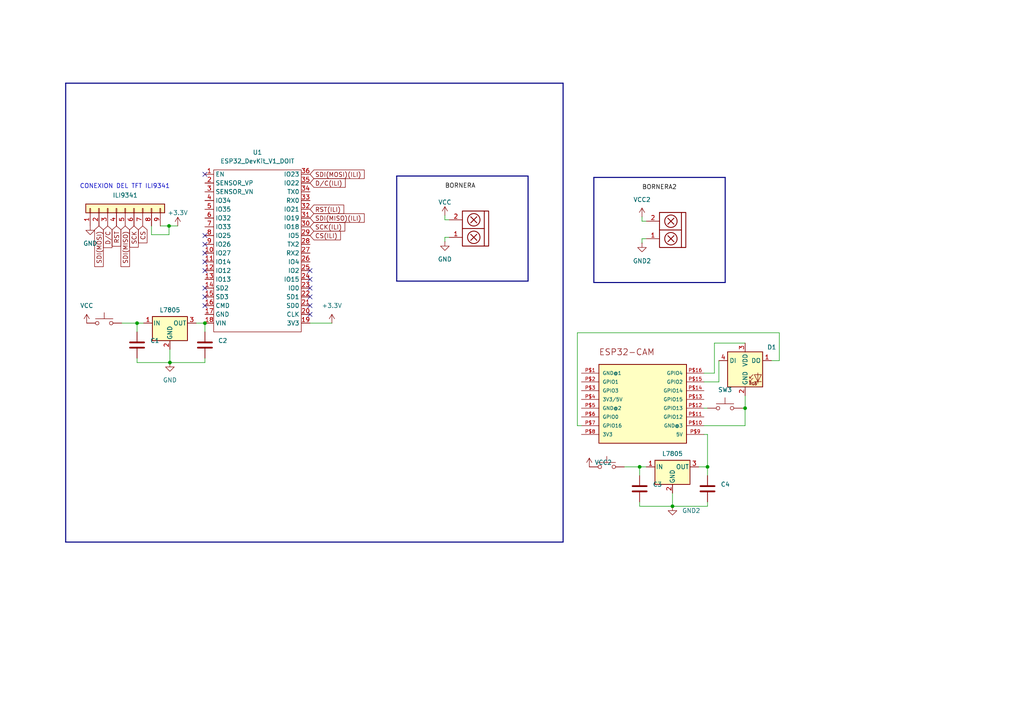
<source format=kicad_sch>
(kicad_sch
	(version 20250114)
	(generator "eeschema")
	(generator_version "9.0")
	(uuid "fd5d43bd-1ad4-4f3c-8c0f-9dc9f319edad")
	(paper "A4")
	(lib_symbols
		(symbol "+3.3V_1"
			(power)
			(pin_numbers
				(hide yes)
			)
			(pin_names
				(offset 0)
				(hide yes)
			)
			(exclude_from_sim no)
			(in_bom yes)
			(on_board yes)
			(property "Reference" "#PWR"
				(at 0 -3.81 0)
				(effects
					(font
						(size 1.27 1.27)
					)
					(hide yes)
				)
			)
			(property "Value" "+3.3V"
				(at 0 3.556 0)
				(effects
					(font
						(size 1.27 1.27)
					)
				)
			)
			(property "Footprint" ""
				(at 0 0 0)
				(effects
					(font
						(size 1.27 1.27)
					)
					(hide yes)
				)
			)
			(property "Datasheet" ""
				(at 0 0 0)
				(effects
					(font
						(size 1.27 1.27)
					)
					(hide yes)
				)
			)
			(property "Description" "Power symbol creates a global label with name \"+3.3V\""
				(at 0 0 0)
				(effects
					(font
						(size 1.27 1.27)
					)
					(hide yes)
				)
			)
			(property "ki_keywords" "global power"
				(at 0 0 0)
				(effects
					(font
						(size 1.27 1.27)
					)
					(hide yes)
				)
			)
			(symbol "+3.3V_1_0_1"
				(polyline
					(pts
						(xy -0.762 1.27) (xy 0 2.54)
					)
					(stroke
						(width 0)
						(type default)
					)
					(fill
						(type none)
					)
				)
				(polyline
					(pts
						(xy 0 2.54) (xy 0.762 1.27)
					)
					(stroke
						(width 0)
						(type default)
					)
					(fill
						(type none)
					)
				)
				(polyline
					(pts
						(xy 0 0) (xy 0 2.54)
					)
					(stroke
						(width 0)
						(type default)
					)
					(fill
						(type none)
					)
				)
			)
			(symbol "+3.3V_1_1_1"
				(pin power_in line
					(at 0 0 90)
					(length 0)
					(name "~"
						(effects
							(font
								(size 1.27 1.27)
							)
						)
					)
					(number "1"
						(effects
							(font
								(size 1.27 1.27)
							)
						)
					)
				)
			)
			(embedded_fonts no)
		)
		(symbol "Connector_Generic:Conn_01x09"
			(pin_names
				(offset 1.016)
				(hide yes)
			)
			(exclude_from_sim no)
			(in_bom yes)
			(on_board yes)
			(property "Reference" "J"
				(at 0 12.7 0)
				(effects
					(font
						(size 1.27 1.27)
					)
				)
			)
			(property "Value" "Conn_01x09"
				(at 0 -12.7 0)
				(effects
					(font
						(size 1.27 1.27)
					)
				)
			)
			(property "Footprint" ""
				(at 0 0 0)
				(effects
					(font
						(size 1.27 1.27)
					)
					(hide yes)
				)
			)
			(property "Datasheet" "~"
				(at 0 0 0)
				(effects
					(font
						(size 1.27 1.27)
					)
					(hide yes)
				)
			)
			(property "Description" "Generic connector, single row, 01x09, script generated (kicad-library-utils/schlib/autogen/connector/)"
				(at 0 0 0)
				(effects
					(font
						(size 1.27 1.27)
					)
					(hide yes)
				)
			)
			(property "ki_keywords" "connector"
				(at 0 0 0)
				(effects
					(font
						(size 1.27 1.27)
					)
					(hide yes)
				)
			)
			(property "ki_fp_filters" "Connector*:*_1x??_*"
				(at 0 0 0)
				(effects
					(font
						(size 1.27 1.27)
					)
					(hide yes)
				)
			)
			(symbol "Conn_01x09_1_1"
				(rectangle
					(start -1.27 11.43)
					(end 1.27 -11.43)
					(stroke
						(width 0.254)
						(type default)
					)
					(fill
						(type background)
					)
				)
				(rectangle
					(start -1.27 10.287)
					(end 0 10.033)
					(stroke
						(width 0.1524)
						(type default)
					)
					(fill
						(type none)
					)
				)
				(rectangle
					(start -1.27 7.747)
					(end 0 7.493)
					(stroke
						(width 0.1524)
						(type default)
					)
					(fill
						(type none)
					)
				)
				(rectangle
					(start -1.27 5.207)
					(end 0 4.953)
					(stroke
						(width 0.1524)
						(type default)
					)
					(fill
						(type none)
					)
				)
				(rectangle
					(start -1.27 2.667)
					(end 0 2.413)
					(stroke
						(width 0.1524)
						(type default)
					)
					(fill
						(type none)
					)
				)
				(rectangle
					(start -1.27 0.127)
					(end 0 -0.127)
					(stroke
						(width 0.1524)
						(type default)
					)
					(fill
						(type none)
					)
				)
				(rectangle
					(start -1.27 -2.413)
					(end 0 -2.667)
					(stroke
						(width 0.1524)
						(type default)
					)
					(fill
						(type none)
					)
				)
				(rectangle
					(start -1.27 -4.953)
					(end 0 -5.207)
					(stroke
						(width 0.1524)
						(type default)
					)
					(fill
						(type none)
					)
				)
				(rectangle
					(start -1.27 -7.493)
					(end 0 -7.747)
					(stroke
						(width 0.1524)
						(type default)
					)
					(fill
						(type none)
					)
				)
				(rectangle
					(start -1.27 -10.033)
					(end 0 -10.287)
					(stroke
						(width 0.1524)
						(type default)
					)
					(fill
						(type none)
					)
				)
				(pin passive line
					(at -5.08 10.16 0)
					(length 3.81)
					(name "Pin_1"
						(effects
							(font
								(size 1.27 1.27)
							)
						)
					)
					(number "1"
						(effects
							(font
								(size 1.27 1.27)
							)
						)
					)
				)
				(pin passive line
					(at -5.08 7.62 0)
					(length 3.81)
					(name "Pin_2"
						(effects
							(font
								(size 1.27 1.27)
							)
						)
					)
					(number "2"
						(effects
							(font
								(size 1.27 1.27)
							)
						)
					)
				)
				(pin passive line
					(at -5.08 5.08 0)
					(length 3.81)
					(name "Pin_3"
						(effects
							(font
								(size 1.27 1.27)
							)
						)
					)
					(number "3"
						(effects
							(font
								(size 1.27 1.27)
							)
						)
					)
				)
				(pin passive line
					(at -5.08 2.54 0)
					(length 3.81)
					(name "Pin_4"
						(effects
							(font
								(size 1.27 1.27)
							)
						)
					)
					(number "4"
						(effects
							(font
								(size 1.27 1.27)
							)
						)
					)
				)
				(pin passive line
					(at -5.08 0 0)
					(length 3.81)
					(name "Pin_5"
						(effects
							(font
								(size 1.27 1.27)
							)
						)
					)
					(number "5"
						(effects
							(font
								(size 1.27 1.27)
							)
						)
					)
				)
				(pin passive line
					(at -5.08 -2.54 0)
					(length 3.81)
					(name "Pin_6"
						(effects
							(font
								(size 1.27 1.27)
							)
						)
					)
					(number "6"
						(effects
							(font
								(size 1.27 1.27)
							)
						)
					)
				)
				(pin passive line
					(at -5.08 -5.08 0)
					(length 3.81)
					(name "Pin_7"
						(effects
							(font
								(size 1.27 1.27)
							)
						)
					)
					(number "7"
						(effects
							(font
								(size 1.27 1.27)
							)
						)
					)
				)
				(pin passive line
					(at -5.08 -7.62 0)
					(length 3.81)
					(name "Pin_8"
						(effects
							(font
								(size 1.27 1.27)
							)
						)
					)
					(number "8"
						(effects
							(font
								(size 1.27 1.27)
							)
						)
					)
				)
				(pin passive line
					(at -5.08 -10.16 0)
					(length 3.81)
					(name "Pin_9"
						(effects
							(font
								(size 1.27 1.27)
							)
						)
					)
					(number "9"
						(effects
							(font
								(size 1.27 1.27)
							)
						)
					)
				)
			)
			(embedded_fonts no)
		)
		(symbol "Device:C"
			(pin_numbers
				(hide yes)
			)
			(pin_names
				(offset 0.254)
			)
			(exclude_from_sim no)
			(in_bom yes)
			(on_board yes)
			(property "Reference" "C"
				(at 0.635 2.54 0)
				(effects
					(font
						(size 1.27 1.27)
					)
					(justify left)
				)
			)
			(property "Value" "C"
				(at 0.635 -2.54 0)
				(effects
					(font
						(size 1.27 1.27)
					)
					(justify left)
				)
			)
			(property "Footprint" ""
				(at 0.9652 -3.81 0)
				(effects
					(font
						(size 1.27 1.27)
					)
					(hide yes)
				)
			)
			(property "Datasheet" "~"
				(at 0 0 0)
				(effects
					(font
						(size 1.27 1.27)
					)
					(hide yes)
				)
			)
			(property "Description" "Unpolarized capacitor"
				(at 0 0 0)
				(effects
					(font
						(size 1.27 1.27)
					)
					(hide yes)
				)
			)
			(property "ki_keywords" "cap capacitor"
				(at 0 0 0)
				(effects
					(font
						(size 1.27 1.27)
					)
					(hide yes)
				)
			)
			(property "ki_fp_filters" "C_*"
				(at 0 0 0)
				(effects
					(font
						(size 1.27 1.27)
					)
					(hide yes)
				)
			)
			(symbol "C_0_1"
				(polyline
					(pts
						(xy -2.032 0.762) (xy 2.032 0.762)
					)
					(stroke
						(width 0.508)
						(type default)
					)
					(fill
						(type none)
					)
				)
				(polyline
					(pts
						(xy -2.032 -0.762) (xy 2.032 -0.762)
					)
					(stroke
						(width 0.508)
						(type default)
					)
					(fill
						(type none)
					)
				)
			)
			(symbol "C_1_1"
				(pin passive line
					(at 0 3.81 270)
					(length 2.794)
					(name "~"
						(effects
							(font
								(size 1.27 1.27)
							)
						)
					)
					(number "1"
						(effects
							(font
								(size 1.27 1.27)
							)
						)
					)
				)
				(pin passive line
					(at 0 -3.81 90)
					(length 2.794)
					(name "~"
						(effects
							(font
								(size 1.27 1.27)
							)
						)
					)
					(number "2"
						(effects
							(font
								(size 1.27 1.27)
							)
						)
					)
				)
			)
			(embedded_fonts no)
		)
		(symbol "EESTN5:ESP32_DevKit_V1_DOIT"
			(exclude_from_sim no)
			(in_bom yes)
			(on_board yes)
			(property "Reference" "U"
				(at -11.43 34.29 0)
				(effects
					(font
						(size 1.27 1.27)
					)
				)
			)
			(property "Value" "ESP32_DevKit_V1_DOIT"
				(at 11.43 34.29 0)
				(effects
					(font
						(size 1.27 1.27)
					)
				)
			)
			(property "Footprint" "ESP32_DevKit_V1_DOIT:esp32_devkit_v1_doit"
				(at -11.43 34.29 0)
				(effects
					(font
						(size 1.27 1.27)
					)
					(hide yes)
				)
			)
			(property "Datasheet" ""
				(at -11.43 34.29 0)
				(effects
					(font
						(size 1.27 1.27)
					)
					(hide yes)
				)
			)
			(property "Description" ""
				(at 0 0 0)
				(effects
					(font
						(size 1.27 1.27)
					)
					(hide yes)
				)
			)
			(property "ki_fp_filters" "esp32?devkit?v1?doit*"
				(at 0 0 0)
				(effects
					(font
						(size 1.27 1.27)
					)
					(hide yes)
				)
			)
			(symbol "ESP32_DevKit_V1_DOIT_0_0"
				(pin bidirectional line
					(at 15.24 30.48 180)
					(length 2.54)
					(name "IO23"
						(effects
							(font
								(size 1.27 1.27)
							)
						)
					)
					(number "36"
						(effects
							(font
								(size 1.27 1.27)
							)
						)
					)
				)
				(pin bidirectional line
					(at 15.24 27.94 180)
					(length 2.54)
					(name "IO22"
						(effects
							(font
								(size 1.27 1.27)
							)
						)
					)
					(number "35"
						(effects
							(font
								(size 1.27 1.27)
							)
						)
					)
				)
				(pin bidirectional line
					(at 15.24 25.4 180)
					(length 2.54)
					(name "TX0"
						(effects
							(font
								(size 1.27 1.27)
							)
						)
					)
					(number "34"
						(effects
							(font
								(size 1.27 1.27)
							)
						)
					)
				)
			)
			(symbol "ESP32_DevKit_V1_DOIT_0_1"
				(rectangle
					(start -12.7 31.75)
					(end 12.7 -15.24)
					(stroke
						(width 0)
						(type solid)
					)
					(fill
						(type none)
					)
				)
			)
			(symbol "ESP32_DevKit_V1_DOIT_1_1"
				(pin input line
					(at -15.24 30.48 0)
					(length 2.54)
					(name "EN"
						(effects
							(font
								(size 1.27 1.27)
							)
						)
					)
					(number "1"
						(effects
							(font
								(size 1.27 1.27)
							)
						)
					)
				)
				(pin input line
					(at -15.24 27.94 0)
					(length 2.54)
					(name "SENSOR_VP"
						(effects
							(font
								(size 1.27 1.27)
							)
						)
					)
					(number "2"
						(effects
							(font
								(size 1.27 1.27)
							)
						)
					)
				)
				(pin input line
					(at -15.24 25.4 0)
					(length 2.54)
					(name "SENSOR_VN"
						(effects
							(font
								(size 1.27 1.27)
							)
						)
					)
					(number "3"
						(effects
							(font
								(size 1.27 1.27)
							)
						)
					)
				)
				(pin input line
					(at -15.24 22.86 0)
					(length 2.54)
					(name "IO34"
						(effects
							(font
								(size 1.27 1.27)
							)
						)
					)
					(number "4"
						(effects
							(font
								(size 1.27 1.27)
							)
						)
					)
				)
				(pin input line
					(at -15.24 20.32 0)
					(length 2.54)
					(name "IO35"
						(effects
							(font
								(size 1.27 1.27)
							)
						)
					)
					(number "5"
						(effects
							(font
								(size 1.27 1.27)
							)
						)
					)
				)
				(pin bidirectional line
					(at -15.24 17.78 0)
					(length 2.54)
					(name "IO32"
						(effects
							(font
								(size 1.27 1.27)
							)
						)
					)
					(number "6"
						(effects
							(font
								(size 1.27 1.27)
							)
						)
					)
				)
				(pin bidirectional line
					(at -15.24 15.24 0)
					(length 2.54)
					(name "IO33"
						(effects
							(font
								(size 1.27 1.27)
							)
						)
					)
					(number "7"
						(effects
							(font
								(size 1.27 1.27)
							)
						)
					)
				)
				(pin bidirectional line
					(at -15.24 12.7 0)
					(length 2.54)
					(name "IO25"
						(effects
							(font
								(size 1.27 1.27)
							)
						)
					)
					(number "8"
						(effects
							(font
								(size 1.27 1.27)
							)
						)
					)
				)
				(pin bidirectional line
					(at -15.24 10.16 0)
					(length 2.54)
					(name "IO26"
						(effects
							(font
								(size 1.27 1.27)
							)
						)
					)
					(number "9"
						(effects
							(font
								(size 1.27 1.27)
							)
						)
					)
				)
				(pin bidirectional line
					(at -15.24 7.62 0)
					(length 2.54)
					(name "IO27"
						(effects
							(font
								(size 1.27 1.27)
							)
						)
					)
					(number "10"
						(effects
							(font
								(size 1.27 1.27)
							)
						)
					)
				)
				(pin bidirectional line
					(at -15.24 5.08 0)
					(length 2.54)
					(name "IO14"
						(effects
							(font
								(size 1.27 1.27)
							)
						)
					)
					(number "11"
						(effects
							(font
								(size 1.27 1.27)
							)
						)
					)
				)
				(pin bidirectional line
					(at -15.24 2.54 0)
					(length 2.54)
					(name "IO12"
						(effects
							(font
								(size 1.27 1.27)
							)
						)
					)
					(number "12"
						(effects
							(font
								(size 1.27 1.27)
							)
						)
					)
				)
				(pin bidirectional line
					(at -15.24 0 0)
					(length 2.54)
					(name "IO13"
						(effects
							(font
								(size 1.27 1.27)
							)
						)
					)
					(number "13"
						(effects
							(font
								(size 1.27 1.27)
							)
						)
					)
				)
				(pin bidirectional line
					(at -15.24 -2.54 0)
					(length 2.54)
					(name "SD2"
						(effects
							(font
								(size 1.27 1.27)
							)
						)
					)
					(number "14"
						(effects
							(font
								(size 1.27 1.27)
							)
						)
					)
				)
				(pin bidirectional line
					(at -15.24 -5.08 0)
					(length 2.54)
					(name "SD3"
						(effects
							(font
								(size 1.27 1.27)
							)
						)
					)
					(number "15"
						(effects
							(font
								(size 1.27 1.27)
							)
						)
					)
				)
				(pin bidirectional line
					(at -15.24 -7.62 0)
					(length 2.54)
					(name "CMD"
						(effects
							(font
								(size 1.27 1.27)
							)
						)
					)
					(number "16"
						(effects
							(font
								(size 1.27 1.27)
							)
						)
					)
				)
				(pin power_in line
					(at -15.24 -10.16 0)
					(length 2.54)
					(name "GND"
						(effects
							(font
								(size 1.27 1.27)
							)
						)
					)
					(number "17"
						(effects
							(font
								(size 1.27 1.27)
							)
						)
					)
				)
				(pin power_in line
					(at -15.24 -12.7 0)
					(length 2.54)
					(name "VIN"
						(effects
							(font
								(size 1.27 1.27)
							)
						)
					)
					(number "18"
						(effects
							(font
								(size 1.27 1.27)
							)
						)
					)
				)
				(pin bidirectional line
					(at 15.24 22.86 180)
					(length 2.54)
					(name "RX0"
						(effects
							(font
								(size 1.27 1.27)
							)
						)
					)
					(number "33"
						(effects
							(font
								(size 1.27 1.27)
							)
						)
					)
				)
				(pin bidirectional line
					(at 15.24 20.32 180)
					(length 2.54)
					(name "IO21"
						(effects
							(font
								(size 1.27 1.27)
							)
						)
					)
					(number "32"
						(effects
							(font
								(size 1.27 1.27)
							)
						)
					)
				)
				(pin bidirectional line
					(at 15.24 17.78 180)
					(length 2.54)
					(name "IO19"
						(effects
							(font
								(size 1.27 1.27)
							)
						)
					)
					(number "31"
						(effects
							(font
								(size 1.27 1.27)
							)
						)
					)
				)
				(pin bidirectional line
					(at 15.24 15.24 180)
					(length 2.54)
					(name "IO18"
						(effects
							(font
								(size 1.27 1.27)
							)
						)
					)
					(number "30"
						(effects
							(font
								(size 1.27 1.27)
							)
						)
					)
				)
				(pin bidirectional line
					(at 15.24 12.7 180)
					(length 2.54)
					(name "IO5"
						(effects
							(font
								(size 1.27 1.27)
							)
						)
					)
					(number "29"
						(effects
							(font
								(size 1.27 1.27)
							)
						)
					)
				)
				(pin bidirectional line
					(at 15.24 10.16 180)
					(length 2.54)
					(name "TX2"
						(effects
							(font
								(size 1.27 1.27)
							)
						)
					)
					(number "28"
						(effects
							(font
								(size 1.27 1.27)
							)
						)
					)
				)
				(pin bidirectional line
					(at 15.24 7.62 180)
					(length 2.54)
					(name "RX2"
						(effects
							(font
								(size 1.27 1.27)
							)
						)
					)
					(number "27"
						(effects
							(font
								(size 1.27 1.27)
							)
						)
					)
				)
				(pin bidirectional line
					(at 15.24 5.08 180)
					(length 2.54)
					(name "IO4"
						(effects
							(font
								(size 1.27 1.27)
							)
						)
					)
					(number "26"
						(effects
							(font
								(size 1.27 1.27)
							)
						)
					)
				)
				(pin bidirectional line
					(at 15.24 2.54 180)
					(length 2.54)
					(name "IO2"
						(effects
							(font
								(size 1.27 1.27)
							)
						)
					)
					(number "25"
						(effects
							(font
								(size 1.27 1.27)
							)
						)
					)
				)
				(pin bidirectional line
					(at 15.24 0 180)
					(length 2.54)
					(name "IO15"
						(effects
							(font
								(size 1.27 1.27)
							)
						)
					)
					(number "24"
						(effects
							(font
								(size 1.27 1.27)
							)
						)
					)
				)
				(pin bidirectional line
					(at 15.24 -2.54 180)
					(length 2.54)
					(name "IO0"
						(effects
							(font
								(size 1.27 1.27)
							)
						)
					)
					(number "23"
						(effects
							(font
								(size 1.27 1.27)
							)
						)
					)
				)
				(pin bidirectional line
					(at 15.24 -5.08 180)
					(length 2.54)
					(name "SD1"
						(effects
							(font
								(size 1.27 1.27)
							)
						)
					)
					(number "22"
						(effects
							(font
								(size 1.27 1.27)
							)
						)
					)
				)
				(pin bidirectional line
					(at 15.24 -7.62 180)
					(length 2.54)
					(name "SD0"
						(effects
							(font
								(size 1.27 1.27)
							)
						)
					)
					(number "21"
						(effects
							(font
								(size 1.27 1.27)
							)
						)
					)
				)
				(pin bidirectional line
					(at 15.24 -10.16 180)
					(length 2.54)
					(name "CLK"
						(effects
							(font
								(size 1.27 1.27)
							)
						)
					)
					(number "20"
						(effects
							(font
								(size 1.27 1.27)
							)
						)
					)
				)
				(pin power_in line
					(at 15.24 -12.7 180)
					(length 2.54)
					(name "3V3"
						(effects
							(font
								(size 1.27 1.27)
							)
						)
					)
					(number "19"
						(effects
							(font
								(size 1.27 1.27)
							)
						)
					)
				)
			)
			(embedded_fonts no)
		)
		(symbol "EESTN5:SW_Push"
			(pin_numbers
				(hide yes)
			)
			(pin_names
				(offset 1.016)
				(hide yes)
			)
			(exclude_from_sim no)
			(in_bom yes)
			(on_board yes)
			(property "Reference" "SW"
				(at 1.27 2.54 0)
				(effects
					(font
						(size 1.27 1.27)
					)
					(justify left)
				)
			)
			(property "Value" "SW_Push"
				(at 0 -1.524 0)
				(effects
					(font
						(size 1.27 1.27)
					)
					(hide yes)
				)
			)
			(property "Footprint" ""
				(at 0 5.08 0)
				(effects
					(font
						(size 1.27 1.27)
					)
				)
			)
			(property "Datasheet" ""
				(at 0 5.08 0)
				(effects
					(font
						(size 1.27 1.27)
					)
				)
			)
			(property "Description" "Push button switch, generic, two pins"
				(at 0 0 0)
				(effects
					(font
						(size 1.27 1.27)
					)
					(hide yes)
				)
			)
			(property "ki_keywords" "switch normally-open pushbutton push-button"
				(at 0 0 0)
				(effects
					(font
						(size 1.27 1.27)
					)
					(hide yes)
				)
			)
			(property "ki_fp_filters" "PUL* SW* SPST*"
				(at 0 0 0)
				(effects
					(font
						(size 1.27 1.27)
					)
					(hide yes)
				)
			)
			(symbol "SW_Push_0_1"
				(circle
					(center -2.032 0)
					(radius 0.508)
					(stroke
						(width 0)
						(type solid)
					)
					(fill
						(type none)
					)
				)
				(polyline
					(pts
						(xy 0 1.27) (xy 0 3.048)
					)
					(stroke
						(width 0)
						(type solid)
					)
					(fill
						(type none)
					)
				)
				(circle
					(center 2.032 0)
					(radius 0.508)
					(stroke
						(width 0)
						(type solid)
					)
					(fill
						(type none)
					)
				)
				(polyline
					(pts
						(xy 2.54 1.27) (xy -2.54 1.27)
					)
					(stroke
						(width 0)
						(type solid)
					)
					(fill
						(type none)
					)
				)
				(pin passive line
					(at -5.08 0 0)
					(length 2.54)
					(name "1"
						(effects
							(font
								(size 1.27 1.27)
							)
						)
					)
					(number "1"
						(effects
							(font
								(size 1.27 1.27)
							)
						)
					)
				)
				(pin passive line
					(at 5.08 0 180)
					(length 2.54)
					(name "2"
						(effects
							(font
								(size 1.27 1.27)
							)
						)
					)
					(number "2"
						(effects
							(font
								(size 1.27 1.27)
							)
						)
					)
				)
			)
			(embedded_fonts no)
		)
		(symbol "EESTN5:TB_1X2"
			(pin_names
				(offset 1.016)
			)
			(exclude_from_sim no)
			(in_bom yes)
			(on_board yes)
			(property "Reference" "J"
				(at 0 7.62 0)
				(effects
					(font
						(size 1.524 1.524)
					)
				)
			)
			(property "Value" "TB_1X2"
				(at 1.27 -7.62 0)
				(effects
					(font
						(size 1.524 1.524)
					)
				)
			)
			(property "Footprint" ""
				(at -1.27 1.27 0)
				(effects
					(font
						(size 1.524 1.524)
					)
				)
			)
			(property "Datasheet" ""
				(at -1.27 1.27 0)
				(effects
					(font
						(size 1.524 1.524)
					)
				)
			)
			(property "Description" ""
				(at 0 0 0)
				(effects
					(font
						(size 1.27 1.27)
					)
					(hide yes)
				)
			)
			(property "ki_fp_filters" "BORNERA* TB*"
				(at 0 0 0)
				(effects
					(font
						(size 1.27 1.27)
					)
					(hide yes)
				)
			)
			(symbol "TB_1X2_0_1"
				(rectangle
					(start -2.54 5.08)
					(end 5.08 -5.08)
					(stroke
						(width 0.254)
						(type solid)
					)
					(fill
						(type none)
					)
				)
				(polyline
					(pts
						(xy -1.27 5.08) (xy -1.27 -5.08)
					)
					(stroke
						(width 0.254)
						(type solid)
					)
					(fill
						(type none)
					)
				)
				(polyline
					(pts
						(xy -1.27 0) (xy 5.08 0)
					)
					(stroke
						(width 0.254)
						(type solid)
					)
					(fill
						(type none)
					)
				)
				(polyline
					(pts
						(xy 0.889 3.429) (xy 2.667 1.651)
					)
					(stroke
						(width 0.254)
						(type solid)
					)
					(fill
						(type none)
					)
				)
				(polyline
					(pts
						(xy 0.889 1.651) (xy 2.667 3.429)
					)
					(stroke
						(width 0.254)
						(type solid)
					)
					(fill
						(type none)
					)
				)
				(polyline
					(pts
						(xy 0.889 -1.651) (xy 2.667 -3.429)
					)
					(stroke
						(width 0.254)
						(type solid)
					)
					(fill
						(type none)
					)
				)
				(polyline
					(pts
						(xy 0.889 -3.429) (xy 2.667 -1.651)
					)
					(stroke
						(width 0.254)
						(type solid)
					)
					(fill
						(type none)
					)
				)
				(circle
					(center 1.778 2.54)
					(radius 1.8034)
					(stroke
						(width 0.254)
						(type solid)
					)
					(fill
						(type none)
					)
				)
				(circle
					(center 1.778 -2.54)
					(radius 1.8034)
					(stroke
						(width 0.254)
						(type solid)
					)
					(fill
						(type none)
					)
				)
			)
			(symbol "TB_1X2_1_1"
				(pin input line
					(at 8.89 2.54 180)
					(length 3.81)
					(name "~"
						(effects
							(font
								(size 1.27 1.27)
							)
						)
					)
					(number "1"
						(effects
							(font
								(size 1.27 1.27)
							)
						)
					)
				)
				(pin input line
					(at 8.89 -2.54 180)
					(length 3.81)
					(name "~"
						(effects
							(font
								(size 1.27 1.27)
							)
						)
					)
					(number "2"
						(effects
							(font
								(size 1.27 1.27)
							)
						)
					)
				)
			)
			(embedded_fonts no)
		)
		(symbol "ESP32-CAM:ESP32-CAM"
			(pin_names
				(offset 1.016)
			)
			(exclude_from_sim no)
			(in_bom yes)
			(on_board yes)
			(property "Reference" "U"
				(at 0 0 0)
				(effects
					(font
						(size 1.27 1.27)
					)
					(justify left bottom)
					(hide yes)
				)
			)
			(property "Value" "ESP32-CAM"
				(at 0 0 0)
				(effects
					(font
						(size 1.27 1.27)
					)
					(justify left bottom)
					(hide yes)
				)
			)
			(property "Footprint" "ESP32-CAM"
				(at 0 0 0)
				(effects
					(font
						(size 1.27 1.27)
					)
					(justify left bottom)
					(hide yes)
				)
			)
			(property "Datasheet" ""
				(at 0 0 0)
				(effects
					(font
						(size 1.27 1.27)
					)
					(justify left bottom)
					(hide yes)
				)
			)
			(property "Description" "Olimex Ltd."
				(at 0 0 0)
				(effects
					(font
						(size 1.27 1.27)
					)
					(justify left bottom)
					(hide yes)
				)
			)
			(property "Description_1" "\\n                        \\n                            WiFi Development Tools - 802.11\\n                        \\n"
				(at 0 0 0)
				(effects
					(font
						(size 1.27 1.27)
					)
					(justify left bottom)
					(hide yes)
				)
			)
			(property "Package" "None"
				(at 0 0 0)
				(effects
					(font
						(size 1.27 1.27)
					)
					(justify left bottom)
					(hide yes)
				)
			)
			(property "Price" "None"
				(at 0 0 0)
				(effects
					(font
						(size 1.27 1.27)
					)
					(justify left bottom)
					(hide yes)
				)
			)
			(property "SnapEDA_Link" "https://www.snapeda.com/parts/ESP32-CAM/Olimex/view-part/?ref=snap"
				(at 0 0 0)
				(effects
					(font
						(size 1.27 1.27)
					)
					(justify left bottom)
					(hide yes)
				)
			)
			(property "MP" "ESP32-CAM"
				(at 0 0 0)
				(effects
					(font
						(size 1.27 1.27)
					)
					(justify left bottom)
					(hide yes)
				)
			)
			(property "Availability" "Not in stock"
				(at 0 0 0)
				(effects
					(font
						(size 1.27 1.27)
					)
					(justify left bottom)
					(hide yes)
				)
			)
			(property "Check_prices" "https://www.snapeda.com/parts/ESP32-CAM/Olimex/view-part/?ref=eda"
				(at 0 0 0)
				(effects
					(font
						(size 1.27 1.27)
					)
					(justify left bottom)
					(hide yes)
				)
			)
			(property "ki_locked" ""
				(at 0 0 0)
				(effects
					(font
						(size 1.27 1.27)
					)
				)
			)
			(symbol "ESP32-CAM_0_0"
				(rectangle
					(start -12.7 -10.16)
					(end 12.7 12.7)
					(stroke
						(width 0.254)
						(type solid)
					)
					(fill
						(type background)
					)
				)
				(text "ESP32-CAM"
					(at -12.7 15.24 0)
					(effects
						(font
							(size 1.778 1.778)
						)
						(justify left bottom)
					)
				)
				(pin bidirectional line
					(at -17.78 10.16 0)
					(length 5.08)
					(name "GND@1"
						(effects
							(font
								(size 1.016 1.016)
							)
						)
					)
					(number "P$1"
						(effects
							(font
								(size 1.016 1.016)
							)
						)
					)
				)
				(pin bidirectional line
					(at -17.78 7.62 0)
					(length 5.08)
					(name "GPIO1"
						(effects
							(font
								(size 1.016 1.016)
							)
						)
					)
					(number "P$2"
						(effects
							(font
								(size 1.016 1.016)
							)
						)
					)
				)
				(pin bidirectional line
					(at -17.78 5.08 0)
					(length 5.08)
					(name "GPIO3"
						(effects
							(font
								(size 1.016 1.016)
							)
						)
					)
					(number "P$3"
						(effects
							(font
								(size 1.016 1.016)
							)
						)
					)
				)
				(pin bidirectional line
					(at -17.78 2.54 0)
					(length 5.08)
					(name "3V3/5V"
						(effects
							(font
								(size 1.016 1.016)
							)
						)
					)
					(number "P$4"
						(effects
							(font
								(size 1.016 1.016)
							)
						)
					)
				)
				(pin bidirectional line
					(at -17.78 0 0)
					(length 5.08)
					(name "GND@2"
						(effects
							(font
								(size 1.016 1.016)
							)
						)
					)
					(number "P$5"
						(effects
							(font
								(size 1.016 1.016)
							)
						)
					)
				)
				(pin bidirectional line
					(at -17.78 -2.54 0)
					(length 5.08)
					(name "GPIO0"
						(effects
							(font
								(size 1.016 1.016)
							)
						)
					)
					(number "P$6"
						(effects
							(font
								(size 1.016 1.016)
							)
						)
					)
				)
				(pin bidirectional line
					(at -17.78 -5.08 0)
					(length 5.08)
					(name "GPIO16"
						(effects
							(font
								(size 1.016 1.016)
							)
						)
					)
					(number "P$7"
						(effects
							(font
								(size 1.016 1.016)
							)
						)
					)
				)
				(pin bidirectional line
					(at -17.78 -7.62 0)
					(length 5.08)
					(name "3V3"
						(effects
							(font
								(size 1.016 1.016)
							)
						)
					)
					(number "P$8"
						(effects
							(font
								(size 1.016 1.016)
							)
						)
					)
				)
				(pin bidirectional line
					(at 17.78 10.16 180)
					(length 5.08)
					(name "GPIO4"
						(effects
							(font
								(size 1.016 1.016)
							)
						)
					)
					(number "P$16"
						(effects
							(font
								(size 1.016 1.016)
							)
						)
					)
				)
				(pin bidirectional line
					(at 17.78 7.62 180)
					(length 5.08)
					(name "GPIO2"
						(effects
							(font
								(size 1.016 1.016)
							)
						)
					)
					(number "P$15"
						(effects
							(font
								(size 1.016 1.016)
							)
						)
					)
				)
				(pin bidirectional line
					(at 17.78 5.08 180)
					(length 5.08)
					(name "GPIO14"
						(effects
							(font
								(size 1.016 1.016)
							)
						)
					)
					(number "P$14"
						(effects
							(font
								(size 1.016 1.016)
							)
						)
					)
				)
				(pin bidirectional line
					(at 17.78 2.54 180)
					(length 5.08)
					(name "GPIO15"
						(effects
							(font
								(size 1.016 1.016)
							)
						)
					)
					(number "P$13"
						(effects
							(font
								(size 1.016 1.016)
							)
						)
					)
				)
				(pin bidirectional line
					(at 17.78 0 180)
					(length 5.08)
					(name "GPIO13"
						(effects
							(font
								(size 1.016 1.016)
							)
						)
					)
					(number "P$12"
						(effects
							(font
								(size 1.016 1.016)
							)
						)
					)
				)
				(pin bidirectional line
					(at 17.78 -2.54 180)
					(length 5.08)
					(name "GPIO12"
						(effects
							(font
								(size 1.016 1.016)
							)
						)
					)
					(number "P$11"
						(effects
							(font
								(size 1.016 1.016)
							)
						)
					)
				)
				(pin bidirectional line
					(at 17.78 -5.08 180)
					(length 5.08)
					(name "GND@3"
						(effects
							(font
								(size 1.016 1.016)
							)
						)
					)
					(number "P$10"
						(effects
							(font
								(size 1.016 1.016)
							)
						)
					)
				)
				(pin bidirectional line
					(at 17.78 -7.62 180)
					(length 5.08)
					(name "5V"
						(effects
							(font
								(size 1.016 1.016)
							)
						)
					)
					(number "P$9"
						(effects
							(font
								(size 1.016 1.016)
							)
						)
					)
				)
			)
			(embedded_fonts no)
		)
		(symbol "GND_1"
			(power)
			(pin_numbers
				(hide yes)
			)
			(pin_names
				(offset 0)
				(hide yes)
			)
			(exclude_from_sim no)
			(in_bom yes)
			(on_board yes)
			(property "Reference" "#PWR"
				(at 0 -6.35 0)
				(effects
					(font
						(size 1.27 1.27)
					)
					(hide yes)
				)
			)
			(property "Value" "GND"
				(at 0 -3.81 0)
				(effects
					(font
						(size 1.27 1.27)
					)
				)
			)
			(property "Footprint" ""
				(at 0 0 0)
				(effects
					(font
						(size 1.27 1.27)
					)
					(hide yes)
				)
			)
			(property "Datasheet" ""
				(at 0 0 0)
				(effects
					(font
						(size 1.27 1.27)
					)
					(hide yes)
				)
			)
			(property "Description" "Power symbol creates a global label with name \"GND\" , ground"
				(at 0 0 0)
				(effects
					(font
						(size 1.27 1.27)
					)
					(hide yes)
				)
			)
			(property "ki_keywords" "global power"
				(at 0 0 0)
				(effects
					(font
						(size 1.27 1.27)
					)
					(hide yes)
				)
			)
			(symbol "GND_1_0_1"
				(polyline
					(pts
						(xy 0 0) (xy 0 -1.27) (xy 1.27 -1.27) (xy 0 -2.54) (xy -1.27 -1.27) (xy 0 -1.27)
					)
					(stroke
						(width 0)
						(type default)
					)
					(fill
						(type none)
					)
				)
			)
			(symbol "GND_1_1_1"
				(pin power_in line
					(at 0 0 270)
					(length 0)
					(name "~"
						(effects
							(font
								(size 1.27 1.27)
							)
						)
					)
					(number "1"
						(effects
							(font
								(size 1.27 1.27)
							)
						)
					)
				)
			)
			(embedded_fonts no)
		)
		(symbol "LED:APA-106-F5"
			(exclude_from_sim no)
			(in_bom yes)
			(on_board yes)
			(property "Reference" "D"
				(at 5.08 5.715 0)
				(effects
					(font
						(size 1.27 1.27)
					)
					(justify right bottom)
				)
			)
			(property "Value" "APA-106-F5"
				(at 1.27 -5.715 0)
				(effects
					(font
						(size 1.27 1.27)
					)
					(justify left top)
				)
			)
			(property "Footprint" "LED_THT:LED_D5.0mm-4_RGB"
				(at 1.27 -7.62 0)
				(effects
					(font
						(size 1.27 1.27)
					)
					(justify left top)
					(hide yes)
				)
			)
			(property "Datasheet" "https://cdn.sparkfun.com/datasheets/Components/LED/COM-12877.pdf"
				(at 2.54 -9.525 0)
				(effects
					(font
						(size 1.27 1.27)
					)
					(justify left top)
					(hide yes)
				)
			)
			(property "Description" "RGB LED with integrated controller, 5mm Package"
				(at 0 0 0)
				(effects
					(font
						(size 1.27 1.27)
					)
					(hide yes)
				)
			)
			(property "ki_keywords" "RGB LED addressable 8bit pwm 5bit greyscale"
				(at 0 0 0)
				(effects
					(font
						(size 1.27 1.27)
					)
					(hide yes)
				)
			)
			(property "ki_fp_filters" "LED*D5.0mm*RGB*"
				(at 0 0 0)
				(effects
					(font
						(size 1.27 1.27)
					)
					(hide yes)
				)
			)
			(symbol "APA-106-F5_0_0"
				(text "RGB"
					(at 2.286 -4.191 0)
					(effects
						(font
							(size 0.762 0.762)
						)
					)
				)
			)
			(symbol "APA-106-F5_0_1"
				(polyline
					(pts
						(xy 1.27 -2.54) (xy 1.778 -2.54)
					)
					(stroke
						(width 0)
						(type default)
					)
					(fill
						(type none)
					)
				)
				(polyline
					(pts
						(xy 1.27 -3.556) (xy 1.778 -3.556)
					)
					(stroke
						(width 0)
						(type default)
					)
					(fill
						(type none)
					)
				)
				(polyline
					(pts
						(xy 2.286 -1.524) (xy 1.27 -2.54) (xy 1.27 -2.032)
					)
					(stroke
						(width 0)
						(type default)
					)
					(fill
						(type none)
					)
				)
				(polyline
					(pts
						(xy 2.286 -2.54) (xy 1.27 -3.556) (xy 1.27 -3.048)
					)
					(stroke
						(width 0)
						(type default)
					)
					(fill
						(type none)
					)
				)
				(polyline
					(pts
						(xy 3.683 -1.016) (xy 3.683 -3.556) (xy 3.683 -4.064)
					)
					(stroke
						(width 0)
						(type default)
					)
					(fill
						(type none)
					)
				)
				(polyline
					(pts
						(xy 4.699 -1.524) (xy 2.667 -1.524) (xy 3.683 -3.556) (xy 4.699 -1.524)
					)
					(stroke
						(width 0)
						(type default)
					)
					(fill
						(type none)
					)
				)
				(polyline
					(pts
						(xy 4.699 -3.556) (xy 2.667 -3.556)
					)
					(stroke
						(width 0)
						(type default)
					)
					(fill
						(type none)
					)
				)
				(rectangle
					(start 5.08 5.08)
					(end -5.08 -5.08)
					(stroke
						(width 0.254)
						(type default)
					)
					(fill
						(type background)
					)
				)
			)
			(symbol "APA-106-F5_1_1"
				(pin input line
					(at -7.62 2.54 0)
					(length 2.54)
					(name "DI"
						(effects
							(font
								(size 1.27 1.27)
							)
						)
					)
					(number "4"
						(effects
							(font
								(size 1.27 1.27)
							)
						)
					)
				)
				(pin power_in line
					(at 0 7.62 270)
					(length 2.54)
					(name "VDD"
						(effects
							(font
								(size 1.27 1.27)
							)
						)
					)
					(number "3"
						(effects
							(font
								(size 1.27 1.27)
							)
						)
					)
				)
				(pin power_in line
					(at 0 -7.62 90)
					(length 2.54)
					(name "GND"
						(effects
							(font
								(size 1.27 1.27)
							)
						)
					)
					(number "2"
						(effects
							(font
								(size 1.27 1.27)
							)
						)
					)
				)
				(pin output line
					(at 7.62 2.54 180)
					(length 2.54)
					(name "DO"
						(effects
							(font
								(size 1.27 1.27)
							)
						)
					)
					(number "1"
						(effects
							(font
								(size 1.27 1.27)
							)
						)
					)
				)
			)
			(embedded_fonts no)
		)
		(symbol "Regulator_Linear:L7805"
			(pin_names
				(offset 0.254)
			)
			(exclude_from_sim no)
			(in_bom yes)
			(on_board yes)
			(property "Reference" "U"
				(at -3.81 3.175 0)
				(effects
					(font
						(size 1.27 1.27)
					)
				)
			)
			(property "Value" "L7805"
				(at 0 3.175 0)
				(effects
					(font
						(size 1.27 1.27)
					)
					(justify left)
				)
			)
			(property "Footprint" ""
				(at 0.635 -3.81 0)
				(effects
					(font
						(size 1.27 1.27)
						(italic yes)
					)
					(justify left)
					(hide yes)
				)
			)
			(property "Datasheet" "http://www.st.com/content/ccc/resource/technical/document/datasheet/41/4f/b3/b0/12/d4/47/88/CD00000444.pdf/files/CD00000444.pdf/jcr:content/translations/en.CD00000444.pdf"
				(at 0 -1.27 0)
				(effects
					(font
						(size 1.27 1.27)
					)
					(hide yes)
				)
			)
			(property "Description" "Positive 1.5A 35V Linear Regulator, Fixed Output 5V, TO-220/TO-263/TO-252"
				(at 0 0 0)
				(effects
					(font
						(size 1.27 1.27)
					)
					(hide yes)
				)
			)
			(property "ki_keywords" "Voltage Regulator 1.5A Positive"
				(at 0 0 0)
				(effects
					(font
						(size 1.27 1.27)
					)
					(hide yes)
				)
			)
			(property "ki_fp_filters" "TO?252* TO?263* TO?220*"
				(at 0 0 0)
				(effects
					(font
						(size 1.27 1.27)
					)
					(hide yes)
				)
			)
			(symbol "L7805_0_1"
				(rectangle
					(start -5.08 1.905)
					(end 5.08 -5.08)
					(stroke
						(width 0.254)
						(type default)
					)
					(fill
						(type background)
					)
				)
			)
			(symbol "L7805_1_1"
				(pin power_in line
					(at -7.62 0 0)
					(length 2.54)
					(name "IN"
						(effects
							(font
								(size 1.27 1.27)
							)
						)
					)
					(number "1"
						(effects
							(font
								(size 1.27 1.27)
							)
						)
					)
				)
				(pin power_in line
					(at 0 -7.62 90)
					(length 2.54)
					(name "GND"
						(effects
							(font
								(size 1.27 1.27)
							)
						)
					)
					(number "2"
						(effects
							(font
								(size 1.27 1.27)
							)
						)
					)
				)
				(pin power_out line
					(at 7.62 0 180)
					(length 2.54)
					(name "OUT"
						(effects
							(font
								(size 1.27 1.27)
							)
						)
					)
					(number "3"
						(effects
							(font
								(size 1.27 1.27)
							)
						)
					)
				)
			)
			(embedded_fonts no)
		)
		(symbol "power:+3.3V"
			(power)
			(pin_names
				(offset 0)
			)
			(exclude_from_sim no)
			(in_bom yes)
			(on_board yes)
			(property "Reference" "#PWR"
				(at 0 -3.81 0)
				(effects
					(font
						(size 1.27 1.27)
					)
					(hide yes)
				)
			)
			(property "Value" "+3.3V"
				(at 0 3.556 0)
				(effects
					(font
						(size 1.27 1.27)
					)
				)
			)
			(property "Footprint" ""
				(at 0 0 0)
				(effects
					(font
						(size 1.27 1.27)
					)
					(hide yes)
				)
			)
			(property "Datasheet" ""
				(at 0 0 0)
				(effects
					(font
						(size 1.27 1.27)
					)
					(hide yes)
				)
			)
			(property "Description" "Power symbol creates a global label with name \"+3.3V\""
				(at 0 0 0)
				(effects
					(font
						(size 1.27 1.27)
					)
					(hide yes)
				)
			)
			(property "ki_keywords" "global power"
				(at 0 0 0)
				(effects
					(font
						(size 1.27 1.27)
					)
					(hide yes)
				)
			)
			(symbol "+3.3V_0_1"
				(polyline
					(pts
						(xy -0.762 1.27) (xy 0 2.54)
					)
					(stroke
						(width 0)
						(type default)
					)
					(fill
						(type none)
					)
				)
				(polyline
					(pts
						(xy 0 2.54) (xy 0.762 1.27)
					)
					(stroke
						(width 0)
						(type default)
					)
					(fill
						(type none)
					)
				)
				(polyline
					(pts
						(xy 0 0) (xy 0 2.54)
					)
					(stroke
						(width 0)
						(type default)
					)
					(fill
						(type none)
					)
				)
			)
			(symbol "+3.3V_1_1"
				(pin power_in line
					(at 0 0 90)
					(length 0)
					(hide yes)
					(name "+3.3V"
						(effects
							(font
								(size 1.27 1.27)
							)
						)
					)
					(number "1"
						(effects
							(font
								(size 1.27 1.27)
							)
						)
					)
				)
			)
			(embedded_fonts no)
		)
		(symbol "power:+9V"
			(power)
			(pin_names
				(offset 0)
			)
			(exclude_from_sim no)
			(in_bom yes)
			(on_board yes)
			(property "Reference" "#PWR"
				(at 0 -3.81 0)
				(effects
					(font
						(size 1.27 1.27)
					)
					(hide yes)
				)
			)
			(property "Value" "+9V"
				(at 0 3.556 0)
				(effects
					(font
						(size 1.27 1.27)
					)
				)
			)
			(property "Footprint" ""
				(at 0 0 0)
				(effects
					(font
						(size 1.27 1.27)
					)
					(hide yes)
				)
			)
			(property "Datasheet" ""
				(at 0 0 0)
				(effects
					(font
						(size 1.27 1.27)
					)
					(hide yes)
				)
			)
			(property "Description" "Power symbol creates a global label with name \"+9V\""
				(at 0 0 0)
				(effects
					(font
						(size 1.27 1.27)
					)
					(hide yes)
				)
			)
			(property "ki_keywords" "global power"
				(at 0 0 0)
				(effects
					(font
						(size 1.27 1.27)
					)
					(hide yes)
				)
			)
			(symbol "+9V_0_1"
				(polyline
					(pts
						(xy -0.762 1.27) (xy 0 2.54)
					)
					(stroke
						(width 0)
						(type default)
					)
					(fill
						(type none)
					)
				)
				(polyline
					(pts
						(xy 0 2.54) (xy 0.762 1.27)
					)
					(stroke
						(width 0)
						(type default)
					)
					(fill
						(type none)
					)
				)
				(polyline
					(pts
						(xy 0 0) (xy 0 2.54)
					)
					(stroke
						(width 0)
						(type default)
					)
					(fill
						(type none)
					)
				)
			)
			(symbol "+9V_1_1"
				(pin power_in line
					(at 0 0 90)
					(length 0)
					(hide yes)
					(name "+9V"
						(effects
							(font
								(size 1.27 1.27)
							)
						)
					)
					(number "1"
						(effects
							(font
								(size 1.27 1.27)
							)
						)
					)
				)
			)
			(embedded_fonts no)
		)
		(symbol "power:GND"
			(power)
			(pin_names
				(offset 0)
			)
			(exclude_from_sim no)
			(in_bom yes)
			(on_board yes)
			(property "Reference" "#PWR"
				(at 0 -6.35 0)
				(effects
					(font
						(size 1.27 1.27)
					)
					(hide yes)
				)
			)
			(property "Value" "GND"
				(at 0 -3.81 0)
				(effects
					(font
						(size 1.27 1.27)
					)
				)
			)
			(property "Footprint" ""
				(at 0 0 0)
				(effects
					(font
						(size 1.27 1.27)
					)
					(hide yes)
				)
			)
			(property "Datasheet" ""
				(at 0 0 0)
				(effects
					(font
						(size 1.27 1.27)
					)
					(hide yes)
				)
			)
			(property "Description" "Power symbol creates a global label with name \"GND\" , ground"
				(at 0 0 0)
				(effects
					(font
						(size 1.27 1.27)
					)
					(hide yes)
				)
			)
			(property "ki_keywords" "global power"
				(at 0 0 0)
				(effects
					(font
						(size 1.27 1.27)
					)
					(hide yes)
				)
			)
			(symbol "GND_0_1"
				(polyline
					(pts
						(xy 0 0) (xy 0 -1.27) (xy 1.27 -1.27) (xy 0 -2.54) (xy -1.27 -1.27) (xy 0 -1.27)
					)
					(stroke
						(width 0)
						(type default)
					)
					(fill
						(type none)
					)
				)
			)
			(symbol "GND_1_1"
				(pin power_in line
					(at 0 0 270)
					(length 0)
					(hide yes)
					(name "GND"
						(effects
							(font
								(size 1.27 1.27)
							)
						)
					)
					(number "1"
						(effects
							(font
								(size 1.27 1.27)
							)
						)
					)
				)
			)
			(embedded_fonts no)
		)
		(symbol "power:VCC"
			(power)
			(pin_names
				(offset 0)
			)
			(exclude_from_sim no)
			(in_bom yes)
			(on_board yes)
			(property "Reference" "#PWR"
				(at 0 -3.81 0)
				(effects
					(font
						(size 1.27 1.27)
					)
					(hide yes)
				)
			)
			(property "Value" "VCC"
				(at 0 3.81 0)
				(effects
					(font
						(size 1.27 1.27)
					)
				)
			)
			(property "Footprint" ""
				(at 0 0 0)
				(effects
					(font
						(size 1.27 1.27)
					)
					(hide yes)
				)
			)
			(property "Datasheet" ""
				(at 0 0 0)
				(effects
					(font
						(size 1.27 1.27)
					)
					(hide yes)
				)
			)
			(property "Description" "Power symbol creates a global label with name \"VCC\""
				(at 0 0 0)
				(effects
					(font
						(size 1.27 1.27)
					)
					(hide yes)
				)
			)
			(property "ki_keywords" "global power"
				(at 0 0 0)
				(effects
					(font
						(size 1.27 1.27)
					)
					(hide yes)
				)
			)
			(symbol "VCC_0_1"
				(polyline
					(pts
						(xy -0.762 1.27) (xy 0 2.54)
					)
					(stroke
						(width 0)
						(type default)
					)
					(fill
						(type none)
					)
				)
				(polyline
					(pts
						(xy 0 2.54) (xy 0.762 1.27)
					)
					(stroke
						(width 0)
						(type default)
					)
					(fill
						(type none)
					)
				)
				(polyline
					(pts
						(xy 0 0) (xy 0 2.54)
					)
					(stroke
						(width 0)
						(type default)
					)
					(fill
						(type none)
					)
				)
			)
			(symbol "VCC_1_1"
				(pin power_in line
					(at 0 0 90)
					(length 0)
					(hide yes)
					(name "VCC"
						(effects
							(font
								(size 1.27 1.27)
							)
						)
					)
					(number "1"
						(effects
							(font
								(size 1.27 1.27)
							)
						)
					)
				)
			)
			(embedded_fonts no)
		)
	)
	(text "CONEXION DEL TFT ILI9341"
		(exclude_from_sim no)
		(at 23.114 54.864 0)
		(effects
			(font
				(size 1.27 1.27)
			)
			(justify left bottom)
		)
		(uuid "e7e3384c-743d-423f-bf63-000de8b9aaf3")
	)
	(junction
		(at 216.1032 118.3894)
		(diameter 0)
		(color 0 0 0 0)
		(uuid "0bb9f595-5888-432c-9332-5f6d35c45d25")
	)
	(junction
		(at 185.5216 135.4074)
		(diameter 0)
		(color 0 0 0 0)
		(uuid "283a1b0e-60f1-48ea-ae33-bd8b9049dda0")
	)
	(junction
		(at 39.751 93.726)
		(diameter 0)
		(color 0 0 0 0)
		(uuid "7de2da70-beb7-4174-8005-dfb9af378dde")
	)
	(junction
		(at 59.436 93.726)
		(diameter 0)
		(color 0 0 0 0)
		(uuid "847021be-7f08-449e-b9f0-945760f9aaad")
	)
	(junction
		(at 49.022 65.532)
		(diameter 0)
		(color 0 0 0 0)
		(uuid "a6a2db2e-b497-4c0f-a11a-905dba074516")
	)
	(junction
		(at 195.0466 146.8374)
		(diameter 0)
		(color 0 0 0 0)
		(uuid "d35ff9d4-ca69-4826-94d3-49d36e13069e")
	)
	(junction
		(at 49.276 105.156)
		(diameter 0)
		(color 0 0 0 0)
		(uuid "dcff9976-cff1-4b5f-aaf3-3d1861393c69")
	)
	(junction
		(at 205.2066 135.4074)
		(diameter 0)
		(color 0 0 0 0)
		(uuid "f84653ab-dae9-4743-a9ba-a0d251b205ec")
	)
	(no_connect
		(at 59.436 86.106)
		(uuid "00c4da81-a31c-472f-a087-a6f90c588d6c")
	)
	(no_connect
		(at 59.436 83.566)
		(uuid "222ae3b0-30c7-4835-a19b-9a3a1c24503a")
	)
	(no_connect
		(at 59.436 73.406)
		(uuid "279302a2-2a31-4bd2-afe0-7edbb4d51fdb")
	)
	(no_connect
		(at 59.436 88.646)
		(uuid "2908985b-5b1e-4239-b70a-2f34bfecb4f4")
	)
	(no_connect
		(at 59.436 70.866)
		(uuid "314d23a3-c8ac-4670-8aff-80a8fb17c8b2")
	)
	(no_connect
		(at 59.436 75.946)
		(uuid "3b3b3c62-35ed-4a63-afc3-f9e88bb78b2b")
	)
	(no_connect
		(at 89.916 88.646)
		(uuid "676fd425-8d99-40e5-865c-9957b67c21d2")
	)
	(no_connect
		(at 59.436 78.486)
		(uuid "68ffe069-3ee5-4e80-813a-5c3668149ec5")
	)
	(no_connect
		(at 89.916 81.026)
		(uuid "6d8f039f-fe79-472c-b98a-76d8f4897574")
	)
	(no_connect
		(at 59.436 50.546)
		(uuid "897e40d2-02dd-49da-b9bb-a4658da86324")
	)
	(no_connect
		(at 89.916 78.486)
		(uuid "97cc5795-c89e-4bda-aaab-9692b5860d90")
	)
	(no_connect
		(at 59.436 68.326)
		(uuid "ac5acdf1-a5d0-4a89-be5f-d02f02b57c21")
	)
	(no_connect
		(at 89.916 83.566)
		(uuid "b5fa9314-0b68-4780-ab07-9c532f112293")
	)
	(no_connect
		(at 89.916 91.186)
		(uuid "c3443a9c-aca5-4c3e-862f-08ee1e7e73c1")
	)
	(no_connect
		(at 89.916 86.106)
		(uuid "cd4a7be2-8f29-459e-98ea-7b631bf3d166")
	)
	(bus
		(pts
			(xy 172.2374 81.9404) (xy 210.3374 81.9404)
		)
		(stroke
			(width 0)
			(type default)
		)
		(uuid "00526ecf-0548-4851-9437-492414660bdf")
	)
	(wire
		(pts
			(xy 49.022 65.532) (xy 49.022 68.072)
		)
		(stroke
			(width 0)
			(type default)
		)
		(uuid "017af1c8-4d76-4535-b323-939535a36944")
	)
	(wire
		(pts
			(xy 205.2066 146.8374) (xy 205.2066 145.5674)
		)
		(stroke
			(width 0)
			(type default)
		)
		(uuid "01f583f3-7811-45ad-a0b1-00051017bacf")
	)
	(wire
		(pts
			(xy 129.032 63.754) (xy 129.032 62.484)
		)
		(stroke
			(width 0)
			(type default)
		)
		(uuid "03088a14-7d0a-4d60-9b87-bf88426f3315")
	)
	(bus
		(pts
			(xy 172.2374 51.4604) (xy 172.2374 81.9404)
		)
		(stroke
			(width 0)
			(type default)
		)
		(uuid "0d45960d-6107-45a2-9fc2-8a1808880c33")
	)
	(wire
		(pts
			(xy 185.5216 145.5674) (xy 185.5216 146.8374)
		)
		(stroke
			(width 0)
			(type default)
		)
		(uuid "0e2b1cf5-6405-4491-8d15-b352f2411284")
	)
	(wire
		(pts
			(xy 49.276 105.156) (xy 59.436 105.156)
		)
		(stroke
			(width 0)
			(type default)
		)
		(uuid "0ff07b77-ccec-47ca-8521-6ac898e33f9f")
	)
	(wire
		(pts
			(xy 49.022 65.532) (xy 46.482 65.532)
		)
		(stroke
			(width 0)
			(type default)
		)
		(uuid "101732e8-d022-40a1-b332-5d07aca0f624")
	)
	(bus
		(pts
			(xy 153.162 81.534) (xy 153.162 51.054)
		)
		(stroke
			(width 0)
			(type default)
		)
		(uuid "10a8e737-7ca9-4607-b112-27c40fa4dc41")
	)
	(bus
		(pts
			(xy 210.3374 81.9404) (xy 210.3374 51.4604)
		)
		(stroke
			(width 0)
			(type default)
		)
		(uuid "1351c50f-3b0f-4140-82e2-a1faf2e6c700")
	)
	(wire
		(pts
			(xy 207.2132 99.5172) (xy 216.1286 99.5172)
		)
		(stroke
			(width 0)
			(type default)
		)
		(uuid "15810c83-8425-4351-b031-4c855feae3f2")
	)
	(wire
		(pts
			(xy 49.022 68.072) (xy 43.942 68.072)
		)
		(stroke
			(width 0)
			(type default)
		)
		(uuid "206fce49-79ad-45e7-8306-028b6bfc0c3c")
	)
	(wire
		(pts
			(xy 204.1906 123.4694) (xy 216.1032 123.4694)
		)
		(stroke
			(width 0)
			(type default)
		)
		(uuid "226526ff-5ecd-4a83-a9c3-52cd9546f38c")
	)
	(wire
		(pts
			(xy 202.6666 135.4074) (xy 205.2066 135.4074)
		)
		(stroke
			(width 0)
			(type default)
		)
		(uuid "23fa1bff-9ce4-427c-b33e-5cb59b139ad4")
	)
	(wire
		(pts
			(xy 216.1032 118.3894) (xy 216.1032 123.4694)
		)
		(stroke
			(width 0)
			(type default)
		)
		(uuid "29c2e3bf-5c8a-4afe-9dd1-7dd140898930")
	)
	(wire
		(pts
			(xy 185.5216 135.4074) (xy 185.5216 137.9474)
		)
		(stroke
			(width 0)
			(type default)
		)
		(uuid "29e58cbf-0f0c-4b09-a7bf-b1753bd5e15d")
	)
	(bus
		(pts
			(xy 115.062 81.534) (xy 153.162 81.534)
		)
		(stroke
			(width 0)
			(type default)
		)
		(uuid "2d674300-9ce9-4fff-99bb-5f39a3f37696")
	)
	(bus
		(pts
			(xy 172.2374 51.4604) (xy 210.3374 51.4604)
		)
		(stroke
			(width 0)
			(type default)
		)
		(uuid "36e04c6c-49e0-4cfe-8029-011e3536816d")
	)
	(wire
		(pts
			(xy 59.436 93.726) (xy 59.436 96.266)
		)
		(stroke
			(width 0)
			(type default)
		)
		(uuid "3998066c-4200-4a9b-bd61-f5c1096bb471")
	)
	(wire
		(pts
			(xy 195.0466 146.8374) (xy 205.2066 146.8374)
		)
		(stroke
			(width 0)
			(type default)
		)
		(uuid "40094418-0d71-414d-92e3-dac976c669ae")
	)
	(wire
		(pts
			(xy 130.302 63.754) (xy 129.032 63.754)
		)
		(stroke
			(width 0)
			(type default)
		)
		(uuid "42108809-3fc6-42d5-a50d-b70c36035613")
	)
	(bus
		(pts
			(xy 19.05 24.13) (xy 163.322 24.13)
		)
		(stroke
			(width 0)
			(type default)
		)
		(uuid "44c5b5e9-96a6-46a4-8fb3-636cc69dd256")
	)
	(wire
		(pts
			(xy 39.751 105.156) (xy 49.276 105.156)
		)
		(stroke
			(width 0)
			(type default)
		)
		(uuid "459487dc-0354-47d6-a4cf-305d922fc974")
	)
	(wire
		(pts
			(xy 187.4774 64.1604) (xy 186.2074 64.1604)
		)
		(stroke
			(width 0)
			(type default)
		)
		(uuid "4b4ceca4-4931-4f1e-98ad-42a8ee44f92b")
	)
	(bus
		(pts
			(xy 163.322 24.13) (xy 163.322 157.226)
		)
		(stroke
			(width 0)
			(type default)
		)
		(uuid "4c4f861d-2302-4aca-afa6-1ffee81cbe12")
	)
	(wire
		(pts
			(xy 51.562 65.532) (xy 49.022 65.532)
		)
		(stroke
			(width 0)
			(type default)
		)
		(uuid "4e6b330f-cfff-4509-b5b6-8d24ef3d58d4")
	)
	(wire
		(pts
			(xy 56.896 93.726) (xy 59.436 93.726)
		)
		(stroke
			(width 0)
			(type default)
		)
		(uuid "4ee1a224-4d41-4eda-a950-ab033f79c0a6")
	)
	(wire
		(pts
			(xy 226.0346 96.52) (xy 167.4622 96.52)
		)
		(stroke
			(width 0)
			(type default)
		)
		(uuid "5200ee16-dc45-4666-a676-19a13aa25235")
	)
	(wire
		(pts
			(xy 185.5216 146.8374) (xy 195.0466 146.8374)
		)
		(stroke
			(width 0)
			(type default)
		)
		(uuid "67184b7a-004e-4bb7-97af-f64863b1b57c")
	)
	(bus
		(pts
			(xy 115.062 51.054) (xy 153.162 51.054)
		)
		(stroke
			(width 0)
			(type default)
		)
		(uuid "69970dff-66cc-4e2e-8a84-9665eefb90c9")
	)
	(wire
		(pts
			(xy 216.1286 118.3894) (xy 216.1032 118.3894)
		)
		(stroke
			(width 0)
			(type default)
		)
		(uuid "7018d76b-2acc-4ed2-97f7-59b947438e61")
	)
	(wire
		(pts
			(xy 39.751 93.726) (xy 39.751 96.266)
		)
		(stroke
			(width 0)
			(type default)
		)
		(uuid "75eff0c9-543c-4d9f-a2da-f2cf30af797b")
	)
	(wire
		(pts
			(xy 216.1286 114.7572) (xy 216.1286 118.3894)
		)
		(stroke
			(width 0)
			(type default)
		)
		(uuid "768c0688-0324-4e69-9a19-c9531b043838")
	)
	(wire
		(pts
			(xy 89.916 93.726) (xy 96.266 93.726)
		)
		(stroke
			(width 0)
			(type default)
		)
		(uuid "773a74c7-fb42-4ce3-870e-a8bec5e64ae5")
	)
	(wire
		(pts
			(xy 204.1906 108.2294) (xy 207.2132 108.2294)
		)
		(stroke
			(width 0)
			(type default)
		)
		(uuid "83ef929b-0a00-46e3-8ac6-bf261a715358")
	)
	(wire
		(pts
			(xy 39.751 103.886) (xy 39.751 105.156)
		)
		(stroke
			(width 0)
			(type default)
		)
		(uuid "85452c71-cc43-4d1a-8310-65c8c9ca3805")
	)
	(wire
		(pts
			(xy 195.0466 143.0274) (xy 195.0466 146.8374)
		)
		(stroke
			(width 0)
			(type default)
		)
		(uuid "8a29d479-8ec2-428f-9bf9-1e28c48f3d75")
	)
	(wire
		(pts
			(xy 187.4774 69.2404) (xy 186.2074 69.2404)
		)
		(stroke
			(width 0)
			(type default)
		)
		(uuid "973fd382-89a6-4ed7-98f9-ca7dab472005")
	)
	(wire
		(pts
			(xy 204.1906 110.7694) (xy 208.5086 110.7694)
		)
		(stroke
			(width 0)
			(type default)
		)
		(uuid "9c76b07e-acf3-4785-ab1c-5ad0b0ab1e06")
	)
	(bus
		(pts
			(xy 115.062 51.054) (xy 115.062 81.534)
		)
		(stroke
			(width 0)
			(type default)
		)
		(uuid "a23a4da4-933a-43b7-bd90-d11fbbe6113a")
	)
	(wire
		(pts
			(xy 59.436 105.156) (xy 59.436 103.886)
		)
		(stroke
			(width 0)
			(type default)
		)
		(uuid "a7e58728-4ad7-41c6-99c5-1aa6bad23093")
	)
	(wire
		(pts
			(xy 35.306 93.726) (xy 39.751 93.726)
		)
		(stroke
			(width 0)
			(type default)
		)
		(uuid "aadaa95c-fa0c-4292-8380-afa57ef7a3a2")
	)
	(wire
		(pts
			(xy 39.751 93.726) (xy 41.656 93.726)
		)
		(stroke
			(width 0)
			(type default)
		)
		(uuid "ac43df2b-06b1-440e-b557-0d548521953f")
	)
	(wire
		(pts
			(xy 49.276 101.346) (xy 49.276 105.156)
		)
		(stroke
			(width 0)
			(type default)
		)
		(uuid "aea80591-57ca-442a-b649-b38d94090da7")
	)
	(wire
		(pts
			(xy 129.032 68.834) (xy 129.032 70.104)
		)
		(stroke
			(width 0)
			(type default)
		)
		(uuid "af66e1c2-d889-4866-b5fc-05ad88ef3487")
	)
	(wire
		(pts
			(xy 186.2074 64.1604) (xy 186.2074 62.8904)
		)
		(stroke
			(width 0)
			(type default)
		)
		(uuid "b3d76d6d-f420-400c-99e4-83b51a80d3d7")
	)
	(wire
		(pts
			(xy 181.0766 135.4074) (xy 185.5216 135.4074)
		)
		(stroke
			(width 0)
			(type default)
		)
		(uuid "b5e8e394-e91f-485b-b325-80c3336d3718")
	)
	(wire
		(pts
			(xy 167.4622 96.52) (xy 167.4622 123.4694)
		)
		(stroke
			(width 0)
			(type default)
		)
		(uuid "bfdd7dd0-c54d-4ef3-9e63-c4b76d97382c")
	)
	(wire
		(pts
			(xy 223.774 104.5972) (xy 226.0346 104.5972)
		)
		(stroke
			(width 0)
			(type default)
		)
		(uuid "c5375e12-8156-4144-851f-ad12a7ff2f52")
	)
	(wire
		(pts
			(xy 130.302 68.834) (xy 129.032 68.834)
		)
		(stroke
			(width 0)
			(type default)
		)
		(uuid "c5e398b4-a3be-4ac5-ae3d-d3ef26a4eadb")
	)
	(bus
		(pts
			(xy 19.05 157.226) (xy 19.05 24.13)
		)
		(stroke
			(width 0)
			(type default)
		)
		(uuid "cbccf982-5ec4-4327-842f-104b1ec04810")
	)
	(wire
		(pts
			(xy 167.4622 123.4694) (xy 168.6306 123.4694)
		)
		(stroke
			(width 0)
			(type default)
		)
		(uuid "cfc07864-798a-499b-a1c9-44758f0ee305")
	)
	(wire
		(pts
			(xy 205.2066 126.0094) (xy 204.1906 126.0094)
		)
		(stroke
			(width 0)
			(type default)
		)
		(uuid "d184ff9b-0e5d-4d84-834d-f403d0d6c9ac")
	)
	(wire
		(pts
			(xy 216.1032 118.3894) (xy 215.3666 118.3894)
		)
		(stroke
			(width 0)
			(type default)
		)
		(uuid "d1b677ae-9e05-4950-a23b-31d26ef53c96")
	)
	(wire
		(pts
			(xy 205.2066 135.4074) (xy 205.2066 137.9474)
		)
		(stroke
			(width 0)
			(type default)
		)
		(uuid "dc7f0495-dd48-4367-bd9a-5b9cb4a32a04")
	)
	(wire
		(pts
			(xy 186.2074 69.2404) (xy 186.2074 70.5104)
		)
		(stroke
			(width 0)
			(type default)
		)
		(uuid "dea93ea3-c009-4b99-95fe-d65e4add7e29")
	)
	(wire
		(pts
			(xy 208.5086 104.5972) (xy 208.5086 110.7694)
		)
		(stroke
			(width 0)
			(type default)
		)
		(uuid "dfbdf2a7-75dc-4b85-8097-ae780c000ee5")
	)
	(wire
		(pts
			(xy 204.1906 118.3894) (xy 205.2066 118.3894)
		)
		(stroke
			(width 0)
			(type default)
		)
		(uuid "e12a5736-aa0d-42a3-9475-afae57eac0cd")
	)
	(wire
		(pts
			(xy 43.942 65.532) (xy 43.942 68.072)
		)
		(stroke
			(width 0)
			(type default)
		)
		(uuid "e4d822d4-24cd-47c1-9e6b-bcd2e7ace49f")
	)
	(bus
		(pts
			(xy 163.322 157.226) (xy 19.05 157.226)
		)
		(stroke
			(width 0)
			(type default)
		)
		(uuid "e8132b95-f783-49b7-8892-136abdc7b00f")
	)
	(wire
		(pts
			(xy 226.0346 104.5972) (xy 226.0346 96.52)
		)
		(stroke
			(width 0)
			(type default)
		)
		(uuid "e8f4dcc8-2fc4-42db-976d-9dc42027d10d")
	)
	(wire
		(pts
			(xy 207.2132 108.2294) (xy 207.2132 99.5172)
		)
		(stroke
			(width 0)
			(type default)
		)
		(uuid "ef2fd876-d0f4-4e16-8db1-54a8ff34bb77")
	)
	(wire
		(pts
			(xy 185.5216 135.4074) (xy 187.4266 135.4074)
		)
		(stroke
			(width 0)
			(type default)
		)
		(uuid "f1111bbd-a89a-42bd-b416-f9c772687f41")
	)
	(wire
		(pts
			(xy 205.2066 126.0094) (xy 205.2066 135.4074)
		)
		(stroke
			(width 0)
			(type default)
		)
		(uuid "f5c890d1-3627-47e0-8b60-b420642c8844")
	)
	(label "BORNERA"
		(at 129.032 54.864 0)
		(effects
			(font
				(size 1.27 1.27)
			)
			(justify left bottom)
		)
		(uuid "1f8800a7-4850-468e-b779-08b2db464ab1")
	)
	(label "BORNERA2"
		(at 186.2074 55.2704 0)
		(effects
			(font
				(size 1.27 1.27)
			)
			(justify left bottom)
		)
		(uuid "905a74ae-1820-46ea-a59d-6995cf3b493f")
	)
	(global_label "CS(ILI)"
		(shape input)
		(at 89.916 68.326 0)
		(fields_autoplaced yes)
		(effects
			(font
				(size 1.27 1.27)
			)
			(justify left)
		)
		(uuid "2b3be135-04ef-4ebe-8a93-051347d7fc7e")
		(property "Intersheetrefs" "${INTERSHEET_REFS}"
			(at 99.3118 68.326 0)
			(effects
				(font
					(size 1.27 1.27)
				)
				(justify left)
				(hide yes)
			)
		)
	)
	(global_label "D{slash}C"
		(shape input)
		(at 31.242 65.532 270)
		(fields_autoplaced yes)
		(effects
			(font
				(size 1.27 1.27)
			)
			(justify right)
		)
		(uuid "3d4922ff-069b-4b6c-82d8-b7a49bb21a78")
		(property "Intersheetrefs" "${INTERSHEET_REFS}"
			(at 31.242 72.3083 90)
			(effects
				(font
					(size 1.27 1.27)
				)
				(justify right)
				(hide yes)
			)
		)
	)
	(global_label "RST(ILI)"
		(shape input)
		(at 89.916 60.706 0)
		(fields_autoplaced yes)
		(effects
			(font
				(size 1.27 1.27)
			)
			(justify left)
		)
		(uuid "55e7fb1e-6e92-42bd-88ce-b8632e86dcf1")
		(property "Intersheetrefs" "${INTERSHEET_REFS}"
			(at 100.2794 60.706 0)
			(effects
				(font
					(size 1.27 1.27)
				)
				(justify left)
				(hide yes)
			)
		)
	)
	(global_label "D{slash}C(ILI)"
		(shape input)
		(at 89.916 53.086 0)
		(fields_autoplaced yes)
		(effects
			(font
				(size 1.27 1.27)
			)
			(justify left)
		)
		(uuid "6dfd74a2-171c-4083-a858-69cd152c9480")
		(property "Intersheetrefs" "${INTERSHEET_REFS}"
			(at 100.7028 53.086 0)
			(effects
				(font
					(size 1.27 1.27)
				)
				(justify left)
				(hide yes)
			)
		)
	)
	(global_label "SDI(MOSI)"
		(shape input)
		(at 28.702 65.532 270)
		(fields_autoplaced yes)
		(effects
			(font
				(size 1.27 1.27)
			)
			(justify right)
		)
		(uuid "717e8a99-f95d-409e-b741-2887f224036e")
		(property "Intersheetrefs" "${INTERSHEET_REFS}"
			(at 28.702 77.8117 90)
			(effects
				(font
					(size 1.27 1.27)
				)
				(justify right)
				(hide yes)
			)
		)
	)
	(global_label "SDI(MOSI)(ILI)"
		(shape input)
		(at 89.916 50.546 0)
		(fields_autoplaced yes)
		(effects
			(font
				(size 1.27 1.27)
			)
			(justify left)
		)
		(uuid "78164a9e-8b21-4efe-acd1-1012a805c4eb")
		(property "Intersheetrefs" "${INTERSHEET_REFS}"
			(at 106.2062 50.546 0)
			(effects
				(font
					(size 1.27 1.27)
				)
				(justify left)
				(hide yes)
			)
		)
	)
	(global_label "SDI(MISO)(ILI)"
		(shape input)
		(at 89.916 63.246 0)
		(fields_autoplaced yes)
		(effects
			(font
				(size 1.27 1.27)
			)
			(justify left)
		)
		(uuid "8605c18c-2daf-4894-aa98-2a2e98258d46")
		(property "Intersheetrefs" "${INTERSHEET_REFS}"
			(at 106.2062 63.246 0)
			(effects
				(font
					(size 1.27 1.27)
				)
				(justify left)
				(hide yes)
			)
		)
	)
	(global_label "RST"
		(shape input)
		(at 33.782 65.532 270)
		(fields_autoplaced yes)
		(effects
			(font
				(size 1.27 1.27)
			)
			(justify right)
		)
		(uuid "8741643d-eea2-453e-94f5-2a9ecc9cadaf")
		(property "Intersheetrefs" "${INTERSHEET_REFS}"
			(at 33.782 71.8849 90)
			(effects
				(font
					(size 1.27 1.27)
				)
				(justify right)
				(hide yes)
			)
		)
	)
	(global_label "CS"
		(shape input)
		(at 41.402 65.532 270)
		(fields_autoplaced yes)
		(effects
			(font
				(size 1.27 1.27)
			)
			(justify right)
		)
		(uuid "a2a9db82-18cc-4acc-b7a5-7ddd0e7cbe0a")
		(property "Intersheetrefs" "${INTERSHEET_REFS}"
			(at 41.402 70.9173 90)
			(effects
				(font
					(size 1.27 1.27)
				)
				(justify right)
				(hide yes)
			)
		)
	)
	(global_label "SCK"
		(shape input)
		(at 38.862 65.532 270)
		(fields_autoplaced yes)
		(effects
			(font
				(size 1.27 1.27)
			)
			(justify right)
		)
		(uuid "d3a4c409-e638-42d9-a834-9a7e508ef04b")
		(property "Intersheetrefs" "${INTERSHEET_REFS}"
			(at 38.862 72.1873 90)
			(effects
				(font
					(size 1.27 1.27)
				)
				(justify right)
				(hide yes)
			)
		)
	)
	(global_label "SDI(MISO)"
		(shape input)
		(at 36.322 65.532 270)
		(fields_autoplaced yes)
		(effects
			(font
				(size 1.27 1.27)
			)
			(justify right)
		)
		(uuid "d8add20d-96d3-4c0f-aef5-925994f502e4")
		(property "Intersheetrefs" "${INTERSHEET_REFS}"
			(at 36.322 77.8911 90)
			(effects
				(font
					(size 1.27 1.27)
				)
				(justify right)
				(hide yes)
			)
		)
	)
	(global_label "SCK(ILI)"
		(shape input)
		(at 89.916 65.786 0)
		(fields_autoplaced yes)
		(effects
			(font
				(size 1.27 1.27)
			)
			(justify left)
		)
		(uuid "eae83308-2c2c-4040-b7c6-638dd7ff614b")
		(property "Intersheetrefs" "${INTERSHEET_REFS}"
			(at 100.5818 65.786 0)
			(effects
				(font
					(size 1.27 1.27)
				)
				(justify left)
				(hide yes)
			)
		)
	)
	(symbol
		(lib_id "EESTN5:SW_Push")
		(at 30.226 93.726 0)
		(unit 1)
		(exclude_from_sim no)
		(in_bom yes)
		(on_board yes)
		(dnp no)
		(fields_autoplaced yes)
		(uuid "078fcb82-90c4-45a7-b299-118ec7763508")
		(property "Reference" "SW1"
			(at 30.226 89.916 0)
			(effects
				(font
					(size 1.27 1.27)
				)
				(hide yes)
			)
		)
		(property "Value" "SW_Push"
			(at 30.226 95.25 0)
			(effects
				(font
					(size 1.27 1.27)
				)
				(hide yes)
			)
		)
		(property "Footprint" "Connector_PinSocket_2.54mm:PinSocket_1x02_P2.54mm_Vertical"
			(at 30.226 88.646 0)
			(effects
				(font
					(size 1.27 1.27)
				)
				(hide yes)
			)
		)
		(property "Datasheet" ""
			(at 30.226 88.646 0)
			(effects
				(font
					(size 1.27 1.27)
				)
			)
		)
		(property "Description" ""
			(at 30.226 93.726 0)
			(effects
				(font
					(size 1.27 1.27)
				)
				(hide yes)
			)
		)
		(pin "1"
			(uuid "4d43652c-2386-441a-9b5a-ef1548f4bb72")
		)
		(pin "2"
			(uuid "d15befb9-da99-4c15-9dbb-173acc6e9047")
		)
		(instances
			(project "Proyecto, Coronel-Machuca"
				(path "/fd5d43bd-1ad4-4f3c-8c0f-9dc9f319edad"
					(reference "SW1")
					(unit 1)
				)
			)
		)
	)
	(symbol
		(lib_id "Device:C")
		(at 205.2066 141.7574 0)
		(unit 1)
		(exclude_from_sim no)
		(in_bom yes)
		(on_board yes)
		(dnp no)
		(fields_autoplaced yes)
		(uuid "0bcf6180-3b68-49ce-adf1-e2923d7b1668")
		(property "Reference" "C4"
			(at 209.0166 140.4873 0)
			(effects
				(font
					(size 1.27 1.27)
				)
				(justify left)
			)
		)
		(property "Value" "C"
			(at 209.0166 143.0273 0)
			(effects
				(font
					(size 1.27 1.27)
				)
				(justify left)
				(hide yes)
			)
		)
		(property "Footprint" "Capacitor_THT:CP_Radial_D5.0mm_P2.50mm"
			(at 206.1718 145.5674 0)
			(effects
				(font
					(size 1.27 1.27)
				)
				(hide yes)
			)
		)
		(property "Datasheet" "~"
			(at 205.2066 141.7574 0)
			(effects
				(font
					(size 1.27 1.27)
				)
				(hide yes)
			)
		)
		(property "Description" "Unpolarized capacitor"
			(at 205.2066 141.7574 0)
			(effects
				(font
					(size 1.27 1.27)
				)
				(hide yes)
			)
		)
		(pin "1"
			(uuid "9b6d1e97-c3b8-4aa8-b2b2-6e0a09112da0")
		)
		(pin "2"
			(uuid "50b054d4-6446-4793-9da6-f717fbbc58d0")
		)
		(instances
			(project "Proyecto, Coronel-Machuca"
				(path "/fd5d43bd-1ad4-4f3c-8c0f-9dc9f319edad"
					(reference "C4")
					(unit 1)
				)
			)
		)
	)
	(symbol
		(lib_name "+3.3V_1")
		(lib_id "power:+3.3V")
		(at 96.266 93.726 0)
		(unit 1)
		(exclude_from_sim no)
		(in_bom yes)
		(on_board yes)
		(dnp no)
		(fields_autoplaced yes)
		(uuid "0ea2304f-3bbc-4b35-ac6e-5d872a6b4156")
		(property "Reference" "#PWR012"
			(at 96.266 97.536 0)
			(effects
				(font
					(size 1.27 1.27)
				)
				(hide yes)
			)
		)
		(property "Value" "+3.3V"
			(at 96.266 88.646 0)
			(effects
				(font
					(size 1.27 1.27)
				)
			)
		)
		(property "Footprint" ""
			(at 96.266 93.726 0)
			(effects
				(font
					(size 1.27 1.27)
				)
				(hide yes)
			)
		)
		(property "Datasheet" ""
			(at 96.266 93.726 0)
			(effects
				(font
					(size 1.27 1.27)
				)
				(hide yes)
			)
		)
		(property "Description" "Power symbol creates a global label with name \"+3.3V\""
			(at 96.266 93.726 0)
			(effects
				(font
					(size 1.27 1.27)
				)
				(hide yes)
			)
		)
		(pin "1"
			(uuid "78b2a702-e3e3-4838-83b2-3611385b98a6")
		)
		(instances
			(project "Proyecto, Coronel-Machuca"
				(path "/fd5d43bd-1ad4-4f3c-8c0f-9dc9f319edad"
					(reference "#PWR012")
					(unit 1)
				)
			)
		)
	)
	(symbol
		(lib_id "Device:C")
		(at 59.436 100.076 0)
		(unit 1)
		(exclude_from_sim no)
		(in_bom yes)
		(on_board yes)
		(dnp no)
		(fields_autoplaced yes)
		(uuid "1e0514bc-a26e-4b71-ac73-5f0b2599ab2f")
		(property "Reference" "C2"
			(at 63.246 98.8059 0)
			(effects
				(font
					(size 1.27 1.27)
				)
				(justify left)
			)
		)
		(property "Value" "C"
			(at 63.246 101.3459 0)
			(effects
				(font
					(size 1.27 1.27)
				)
				(justify left)
				(hide yes)
			)
		)
		(property "Footprint" "Capacitor_THT:CP_Radial_Tantal_D5.0mm_P2.50mm"
			(at 60.4012 103.886 0)
			(effects
				(font
					(size 1.27 1.27)
				)
				(hide yes)
			)
		)
		(property "Datasheet" "~"
			(at 59.436 100.076 0)
			(effects
				(font
					(size 1.27 1.27)
				)
				(hide yes)
			)
		)
		(property "Description" "Unpolarized capacitor"
			(at 59.436 100.076 0)
			(effects
				(font
					(size 1.27 1.27)
				)
				(hide yes)
			)
		)
		(pin "1"
			(uuid "f0e1025c-e4aa-4d34-a0e9-1953bb5a27e3")
		)
		(pin "2"
			(uuid "738872e7-b9a4-47a6-abdd-ff5b68aeb8af")
		)
		(instances
			(project "Proyecto, Coronel-Machuca"
				(path "/fd5d43bd-1ad4-4f3c-8c0f-9dc9f319edad"
					(reference "C2")
					(unit 1)
				)
			)
		)
	)
	(symbol
		(lib_id "power:GND")
		(at 195.0466 146.8374 0)
		(unit 1)
		(exclude_from_sim no)
		(in_bom yes)
		(on_board yes)
		(dnp no)
		(fields_autoplaced yes)
		(uuid "2f285c9a-1305-4ffb-b108-e0e0f98658ed")
		(property "Reference" "#PWR08"
			(at 195.0466 153.1874 0)
			(effects
				(font
					(size 1.27 1.27)
				)
				(hide yes)
			)
		)
		(property "Value" "GND2"
			(at 197.8406 148.1073 0)
			(effects
				(font
					(size 1.27 1.27)
				)
				(justify left)
			)
		)
		(property "Footprint" ""
			(at 195.0466 146.8374 0)
			(effects
				(font
					(size 1.27 1.27)
				)
				(hide yes)
			)
		)
		(property "Datasheet" ""
			(at 195.0466 146.8374 0)
			(effects
				(font
					(size 1.27 1.27)
				)
				(hide yes)
			)
		)
		(property "Description" ""
			(at 195.0466 146.8374 0)
			(effects
				(font
					(size 1.27 1.27)
				)
				(hide yes)
			)
		)
		(pin "1"
			(uuid "8ef90122-e8a6-4898-8519-3c56d963a2e9")
		)
		(instances
			(project "Proyecto, Coronel-Machuca"
				(path "/fd5d43bd-1ad4-4f3c-8c0f-9dc9f319edad"
					(reference "#PWR08")
					(unit 1)
				)
			)
		)
	)
	(symbol
		(lib_id "Regulator_Linear:L7805")
		(at 195.0466 135.4074 0)
		(unit 1)
		(exclude_from_sim no)
		(in_bom yes)
		(on_board yes)
		(dnp no)
		(fields_autoplaced yes)
		(uuid "439a33e3-71d2-4e91-9795-4c3049a6ff8b")
		(property "Reference" "U4"
			(at 195.0466 129.0574 0)
			(effects
				(font
					(size 1.27 1.27)
				)
				(hide yes)
			)
		)
		(property "Value" "L7805"
			(at 195.0466 131.5974 0)
			(effects
				(font
					(size 1.27 1.27)
				)
			)
		)
		(property "Footprint" "Package_TO_SOT_THT:TO-220-3_Vertical"
			(at 195.6816 139.2174 0)
			(effects
				(font
					(size 1.27 1.27)
					(italic yes)
				)
				(justify left)
				(hide yes)
			)
		)
		(property "Datasheet" "http://www.st.com/content/ccc/resource/technical/document/datasheet/41/4f/b3/b0/12/d4/47/88/CD00000444.pdf/files/CD00000444.pdf/jcr:content/translations/en.CD00000444.pdf"
			(at 195.0466 136.6774 0)
			(effects
				(font
					(size 1.27 1.27)
				)
				(hide yes)
			)
		)
		(property "Description" ""
			(at 195.0466 135.4074 0)
			(effects
				(font
					(size 1.27 1.27)
				)
				(hide yes)
			)
		)
		(pin "1"
			(uuid "4ebca4c2-e409-452d-9a74-3177f8142cfc")
		)
		(pin "2"
			(uuid "29c46732-08f6-4599-a582-60dcd19b4105")
		)
		(pin "3"
			(uuid "e5ad72e6-1c95-40e4-91ad-da00292e0528")
		)
		(instances
			(project "Proyecto, Coronel-Machuca"
				(path "/fd5d43bd-1ad4-4f3c-8c0f-9dc9f319edad"
					(reference "U4")
					(unit 1)
				)
			)
		)
	)
	(symbol
		(lib_id "power:+3.3V")
		(at 51.562 65.532 0)
		(mirror y)
		(unit 1)
		(exclude_from_sim no)
		(in_bom yes)
		(on_board yes)
		(dnp no)
		(fields_autoplaced yes)
		(uuid "4adbccb1-7043-4637-8d70-48b260263ae2")
		(property "Reference" "#PWR01"
			(at 51.562 69.342 0)
			(effects
				(font
					(size 1.27 1.27)
				)
				(hide yes)
			)
		)
		(property "Value" "+3.3V"
			(at 51.562 61.722 0)
			(effects
				(font
					(size 1.27 1.27)
				)
			)
		)
		(property "Footprint" ""
			(at 51.562 65.532 0)
			(effects
				(font
					(size 1.27 1.27)
				)
				(hide yes)
			)
		)
		(property "Datasheet" ""
			(at 51.562 65.532 0)
			(effects
				(font
					(size 1.27 1.27)
				)
				(hide yes)
			)
		)
		(property "Description" ""
			(at 51.562 65.532 0)
			(effects
				(font
					(size 1.27 1.27)
				)
				(hide yes)
			)
		)
		(pin "1"
			(uuid "d4dba56c-a373-480f-af7f-fb1ac4957360")
		)
		(instances
			(project "Proyecto, Coronel-Machuca"
				(path "/fd5d43bd-1ad4-4f3c-8c0f-9dc9f319edad"
					(reference "#PWR01")
					(unit 1)
				)
			)
		)
	)
	(symbol
		(lib_id "power:VCC")
		(at 129.032 62.484 0)
		(unit 1)
		(exclude_from_sim no)
		(in_bom yes)
		(on_board yes)
		(dnp no)
		(fields_autoplaced yes)
		(uuid "5fcf9c80-f3e0-4a20-9741-d805d2d11b33")
		(property "Reference" "#PWR03"
			(at 129.032 66.294 0)
			(effects
				(font
					(size 1.27 1.27)
				)
				(hide yes)
			)
		)
		(property "Value" "VCC"
			(at 129.032 58.674 0)
			(effects
				(font
					(size 1.27 1.27)
				)
			)
		)
		(property "Footprint" ""
			(at 129.032 62.484 0)
			(effects
				(font
					(size 1.27 1.27)
				)
				(hide yes)
			)
		)
		(property "Datasheet" ""
			(at 129.032 62.484 0)
			(effects
				(font
					(size 1.27 1.27)
				)
				(hide yes)
			)
		)
		(property "Description" ""
			(at 129.032 62.484 0)
			(effects
				(font
					(size 1.27 1.27)
				)
				(hide yes)
			)
		)
		(pin "1"
			(uuid "b339ce96-4f19-4bac-9c6e-7091cdca4043")
		)
		(instances
			(project "Proyecto, Coronel-Machuca"
				(path "/fd5d43bd-1ad4-4f3c-8c0f-9dc9f319edad"
					(reference "#PWR03")
					(unit 1)
				)
			)
		)
	)
	(symbol
		(lib_id "power:GND")
		(at 49.276 105.156 0)
		(unit 1)
		(exclude_from_sim no)
		(in_bom yes)
		(on_board yes)
		(dnp no)
		(fields_autoplaced yes)
		(uuid "60fcfb9b-c11b-42b3-8cf2-981bef6ff29c")
		(property "Reference" "#PWR06"
			(at 49.276 111.506 0)
			(effects
				(font
					(size 1.27 1.27)
				)
				(hide yes)
			)
		)
		(property "Value" "GND"
			(at 49.276 110.236 0)
			(effects
				(font
					(size 1.27 1.27)
				)
			)
		)
		(property "Footprint" ""
			(at 49.276 105.156 0)
			(effects
				(font
					(size 1.27 1.27)
				)
				(hide yes)
			)
		)
		(property "Datasheet" ""
			(at 49.276 105.156 0)
			(effects
				(font
					(size 1.27 1.27)
				)
				(hide yes)
			)
		)
		(property "Description" ""
			(at 49.276 105.156 0)
			(effects
				(font
					(size 1.27 1.27)
				)
				(hide yes)
			)
		)
		(pin "1"
			(uuid "084f7987-169c-4359-ba3a-6ffe73aab37d")
		)
		(instances
			(project "Proyecto, Coronel-Machuca"
				(path "/fd5d43bd-1ad4-4f3c-8c0f-9dc9f319edad"
					(reference "#PWR06")
					(unit 1)
				)
			)
		)
	)
	(symbol
		(lib_id "EESTN5:TB_1X2")
		(at 139.192 66.294 180)
		(unit 1)
		(exclude_from_sim no)
		(in_bom yes)
		(on_board yes)
		(dnp no)
		(fields_autoplaced yes)
		(uuid "6c36fd49-a056-4ebc-bd30-f2f4cf8b5fc9")
		(property "Reference" "J4"
			(at 143.002 65.0239 0)
			(effects
				(font
					(size 1.524 1.524)
				)
				(justify right)
				(hide yes)
			)
		)
		(property "Value" "TB_1X2"
			(at 143.002 67.5639 0)
			(effects
				(font
					(size 1.524 1.524)
				)
				(justify right)
				(hide yes)
			)
		)
		(property "Footprint" "TerminalBlock:TerminalBlock_bornier-2_P5.08mm"
			(at 140.462 67.564 0)
			(effects
				(font
					(size 1.524 1.524)
				)
				(hide yes)
			)
		)
		(property "Datasheet" ""
			(at 140.462 67.564 0)
			(effects
				(font
					(size 1.524 1.524)
				)
			)
		)
		(property "Description" ""
			(at 139.192 66.294 0)
			(effects
				(font
					(size 1.27 1.27)
				)
				(hide yes)
			)
		)
		(pin "1"
			(uuid "d443888a-a49a-47c0-b329-5ffc58b14688")
		)
		(pin "2"
			(uuid "135c8d84-79e3-45a8-95dc-61b1238f28d3")
		)
		(instances
			(project "Proyecto, Coronel-Machuca"
				(path "/fd5d43bd-1ad4-4f3c-8c0f-9dc9f319edad"
					(reference "J4")
					(unit 1)
				)
			)
		)
	)
	(symbol
		(lib_id "ESP32-CAM:ESP32-CAM")
		(at 186.4106 118.3894 0)
		(unit 1)
		(exclude_from_sim no)
		(in_bom yes)
		(on_board yes)
		(dnp no)
		(fields_autoplaced yes)
		(uuid "706b2379-105b-412c-bc84-acbf0805e8ff")
		(property "Reference" "U3"
			(at 186.4106 118.3894 0)
			(effects
				(font
					(size 1.27 1.27)
				)
				(justify left bottom)
				(hide yes)
			)
		)
		(property "Value" "ESP32-CAM"
			(at 186.4106 118.3894 0)
			(effects
				(font
					(size 1.27 1.27)
				)
				(justify left bottom)
				(hide yes)
			)
		)
		(property "Footprint" "ESP32-CAM"
			(at 186.4106 118.3894 0)
			(effects
				(font
					(size 1.27 1.27)
				)
				(justify left bottom)
				(hide yes)
			)
		)
		(property "Datasheet" ""
			(at 186.4106 118.3894 0)
			(effects
				(font
					(size 1.27 1.27)
				)
				(justify left bottom)
				(hide yes)
			)
		)
		(property "Description" "Olimex Ltd."
			(at 186.4106 118.3894 0)
			(effects
				(font
					(size 1.27 1.27)
				)
				(justify left bottom)
				(hide yes)
			)
		)
		(property "Description_1" "\\n                        \\n                            WiFi Development Tools - 802.11\\n                        \\n"
			(at 186.4106 118.3894 0)
			(effects
				(font
					(size 1.27 1.27)
				)
				(justify left bottom)
				(hide yes)
			)
		)
		(property "Package" "None"
			(at 186.4106 118.3894 0)
			(effects
				(font
					(size 1.27 1.27)
				)
				(justify left bottom)
				(hide yes)
			)
		)
		(property "Price" "None"
			(at 186.4106 118.3894 0)
			(effects
				(font
					(size 1.27 1.27)
				)
				(justify left bottom)
				(hide yes)
			)
		)
		(property "SnapEDA_Link" "https://www.snapeda.com/parts/ESP32-CAM/Olimex/view-part/?ref=snap"
			(at 186.4106 118.3894 0)
			(effects
				(font
					(size 1.27 1.27)
				)
				(justify left bottom)
				(hide yes)
			)
		)
		(property "MP" "ESP32-CAM"
			(at 186.4106 118.3894 0)
			(effects
				(font
					(size 1.27 1.27)
				)
				(justify left bottom)
				(hide yes)
			)
		)
		(property "Availability" "Not in stock"
			(at 186.4106 118.3894 0)
			(effects
				(font
					(size 1.27 1.27)
				)
				(justify left bottom)
				(hide yes)
			)
		)
		(property "Check_prices" "https://www.snapeda.com/parts/ESP32-CAM/Olimex/view-part/?ref=eda"
			(at 186.4106 118.3894 0)
			(effects
				(font
					(size 1.27 1.27)
				)
				(justify left bottom)
				(hide yes)
			)
		)
		(pin "P$1"
			(uuid "3b45a65d-fddd-4e61-8a9a-2612046f9799")
		)
		(pin "P$11"
			(uuid "8e847ee2-cd3a-4db1-9194-0b9567b20ab3")
		)
		(pin "P$13"
			(uuid "142d902b-1afd-4c8a-b534-8dfe408c3d53")
		)
		(pin "P$12"
			(uuid "04782667-3a01-44b8-9590-1f54768c7878")
		)
		(pin "P$6"
			(uuid "973c2d94-458e-429c-8fe9-da8c38fc7e14")
		)
		(pin "P$2"
			(uuid "f97e20cc-e1f6-4bec-9b24-5afc32c8b459")
		)
		(pin "P$15"
			(uuid "85288c3d-410a-475b-906d-b65da0c7cfc6")
		)
		(pin "P$9"
			(uuid "3038cec5-6eff-4fe3-8591-5057f1385c5d")
		)
		(pin "P$14"
			(uuid "b5254d55-cfa8-4fbd-8cca-436e144ed776")
		)
		(pin "P$4"
			(uuid "f283c0ab-f41a-4e38-b9ff-431a47263c28")
		)
		(pin "P$5"
			(uuid "60f282f6-ccb6-4ee4-ac0e-81f7672c9edd")
		)
		(pin "P$10"
			(uuid "1a5065c8-1a51-448c-a91b-eaf5cb5f0623")
		)
		(pin "P$3"
			(uuid "d6888d6f-c10a-4802-a280-c96adf9dcf40")
		)
		(pin "P$7"
			(uuid "b0683efc-751b-43bc-8d00-f123b8fd47f1")
		)
		(pin "P$8"
			(uuid "34d2d450-e48e-4a8b-9fd6-0ed940cb0b1c")
		)
		(pin "P$16"
			(uuid "f35bedfe-641d-498a-9467-b1c92f868a2f")
		)
		(instances
			(project "Proyecto, Coronel-Machuca"
				(path "/fd5d43bd-1ad4-4f3c-8c0f-9dc9f319edad"
					(reference "U3")
					(unit 1)
				)
			)
		)
	)
	(symbol
		(lib_id "Connector_Generic:Conn_01x09")
		(at 36.322 60.452 90)
		(unit 1)
		(exclude_from_sim no)
		(in_bom yes)
		(on_board yes)
		(dnp no)
		(fields_autoplaced yes)
		(uuid "7ca1532f-55b9-4d0a-b72c-fe0dcfda4f73")
		(property "Reference" "J5"
			(at 36.322 54.102 90)
			(effects
				(font
					(size 1.27 1.27)
				)
				(hide yes)
			)
		)
		(property "Value" "ILI9341"
			(at 36.322 56.642 90)
			(effects
				(font
					(size 1.27 1.27)
				)
			)
		)
		(property "Footprint" "Connector_PinHeader_2.54mm:PinHeader_1x09_P2.54mm_Vertical"
			(at 36.322 60.452 0)
			(effects
				(font
					(size 1.27 1.27)
				)
				(hide yes)
			)
		)
		(property "Datasheet" "~"
			(at 36.322 60.452 0)
			(effects
				(font
					(size 1.27 1.27)
				)
				(hide yes)
			)
		)
		(property "Description" "Generic connector, single row, 01x09, script generated (kicad-library-utils/schlib/autogen/connector/)"
			(at 36.322 60.452 0)
			(effects
				(font
					(size 1.27 1.27)
				)
				(hide yes)
			)
		)
		(pin "1"
			(uuid "9ccdff38-0d45-493d-8b55-cde4dd63cf79")
		)
		(pin "5"
			(uuid "b016806d-1c5f-463b-9e37-011422f671c7")
		)
		(pin "3"
			(uuid "bf653e78-94a7-4e58-84cd-ad0163f04d53")
		)
		(pin "9"
			(uuid "17baa862-aff3-4d7f-9617-df72e2685098")
		)
		(pin "4"
			(uuid "c7eba67e-63d5-468d-b7a0-e1e4af21f807")
		)
		(pin "8"
			(uuid "444b5f47-5dd7-47bb-82c0-f3592c24ef58")
		)
		(pin "6"
			(uuid "f0546b3a-c114-4238-82ae-995e24381bc3")
		)
		(pin "7"
			(uuid "77ac19b9-f696-4ba0-b41e-743e30893149")
		)
		(pin "2"
			(uuid "5cc7466c-e2f4-40a3-b43f-bbd87e84679f")
		)
		(instances
			(project "Proyecto, Coronel-Machuca"
				(path "/fd5d43bd-1ad4-4f3c-8c0f-9dc9f319edad"
					(reference "J5")
					(unit 1)
				)
			)
		)
	)
	(symbol
		(lib_id "EESTN5:SW_Push")
		(at 210.2866 118.3894 0)
		(unit 1)
		(exclude_from_sim no)
		(in_bom yes)
		(on_board yes)
		(dnp no)
		(uuid "7cb149c4-0e56-447a-8504-84b589ec9c4d")
		(property "Reference" "SW3"
			(at 210.2866 113.0554 0)
			(effects
				(font
					(size 1.27 1.27)
				)
			)
		)
		(property "Value" "SW_Push"
			(at 210.2866 119.9134 0)
			(effects
				(font
					(size 1.27 1.27)
				)
				(hide yes)
			)
		)
		(property "Footprint" "Connector_PinSocket_2.54mm:PinSocket_1x02_P2.54mm_Vertical"
			(at 210.2866 113.3094 0)
			(effects
				(font
					(size 1.27 1.27)
				)
				(hide yes)
			)
		)
		(property "Datasheet" ""
			(at 210.2866 113.3094 0)
			(effects
				(font
					(size 1.27 1.27)
				)
			)
		)
		(property "Description" "Push button switch, generic, two pins"
			(at 210.2866 118.3894 0)
			(effects
				(font
					(size 1.27 1.27)
				)
				(hide yes)
			)
		)
		(pin "1"
			(uuid "343952a6-088d-4f87-b32d-a7815d7b013e")
		)
		(pin "2"
			(uuid "03a297ba-d8da-4438-9a57-c61d0f04cab0")
		)
		(instances
			(project "Proyecto, Coronel-Machuca"
				(path "/fd5d43bd-1ad4-4f3c-8c0f-9dc9f319edad"
					(reference "SW3")
					(unit 1)
				)
			)
		)
	)
	(symbol
		(lib_id "EESTN5:TB_1X2")
		(at 196.3674 66.7004 180)
		(unit 1)
		(exclude_from_sim no)
		(in_bom yes)
		(on_board yes)
		(dnp no)
		(fields_autoplaced yes)
		(uuid "7e10e32d-27f3-4715-9144-6db0e4de9550")
		(property "Reference" "J6"
			(at 200.1774 65.4303 0)
			(effects
				(font
					(size 1.524 1.524)
				)
				(justify right)
				(hide yes)
			)
		)
		(property "Value" "TB_1X2"
			(at 200.1774 67.9703 0)
			(effects
				(font
					(size 1.524 1.524)
				)
				(justify right)
				(hide yes)
			)
		)
		(property "Footprint" "EESTN5:BORNERA2_AZUL"
			(at 197.6374 67.9704 0)
			(effects
				(font
					(size 1.524 1.524)
				)
				(hide yes)
			)
		)
		(property "Datasheet" ""
			(at 197.6374 67.9704 0)
			(effects
				(font
					(size 1.524 1.524)
				)
			)
		)
		(property "Description" ""
			(at 196.3674 66.7004 0)
			(effects
				(font
					(size 1.27 1.27)
				)
				(hide yes)
			)
		)
		(pin "1"
			(uuid "4b378df3-b96e-479c-ba7b-1a76d37b6c89")
		)
		(pin "2"
			(uuid "5bbfd178-317f-4e02-9ecc-487e79c29204")
		)
		(instances
			(project "Proyecto, Coronel-Machuca"
				(path "/fd5d43bd-1ad4-4f3c-8c0f-9dc9f319edad"
					(reference "J6")
					(unit 1)
				)
			)
		)
	)
	(symbol
		(lib_id "Regulator_Linear:L7805")
		(at 49.276 93.726 0)
		(unit 1)
		(exclude_from_sim no)
		(in_bom yes)
		(on_board yes)
		(dnp no)
		(fields_autoplaced yes)
		(uuid "8edbd7aa-ccbb-491e-978b-2565b50a2543")
		(property "Reference" "U2"
			(at 49.276 87.376 0)
			(effects
				(font
					(size 1.27 1.27)
				)
				(hide yes)
			)
		)
		(property "Value" "L7805"
			(at 49.276 89.916 0)
			(effects
				(font
					(size 1.27 1.27)
				)
			)
		)
		(property "Footprint" "Package_TO_SOT_THT:TO-220-3_Vertical"
			(at 49.911 97.536 0)
			(effects
				(font
					(size 1.27 1.27)
					(italic yes)
				)
				(justify left)
				(hide yes)
			)
		)
		(property "Datasheet" "http://www.st.com/content/ccc/resource/technical/document/datasheet/41/4f/b3/b0/12/d4/47/88/CD00000444.pdf/files/CD00000444.pdf/jcr:content/translations/en.CD00000444.pdf"
			(at 49.276 94.996 0)
			(effects
				(font
					(size 1.27 1.27)
				)
				(hide yes)
			)
		)
		(property "Description" ""
			(at 49.276 93.726 0)
			(effects
				(font
					(size 1.27 1.27)
				)
				(hide yes)
			)
		)
		(pin "1"
			(uuid "f43f6b9a-419a-4267-bc17-33c6a0eee05d")
		)
		(pin "2"
			(uuid "1be43e21-c086-49f0-9dd1-8850f304fe1f")
		)
		(pin "3"
			(uuid "0898df59-b4b0-48c8-9b05-e7b96f5f2e94")
		)
		(instances
			(project "Proyecto, Coronel-Machuca"
				(path "/fd5d43bd-1ad4-4f3c-8c0f-9dc9f319edad"
					(reference "U2")
					(unit 1)
				)
			)
		)
	)
	(symbol
		(lib_id "Device:C")
		(at 39.751 100.076 0)
		(unit 1)
		(exclude_from_sim no)
		(in_bom yes)
		(on_board yes)
		(dnp no)
		(fields_autoplaced yes)
		(uuid "90535e0f-e634-4ffd-8781-3c2c3ec64f0d")
		(property "Reference" "C1"
			(at 43.561 98.8059 0)
			(effects
				(font
					(size 1.27 1.27)
				)
				(justify left)
			)
		)
		(property "Value" "C"
			(at 43.561 101.3459 0)
			(effects
				(font
					(size 1.27 1.27)
				)
				(justify left)
				(hide yes)
			)
		)
		(property "Footprint" "Capacitor_THT:CP_Radial_Tantal_D5.0mm_P2.50mm"
			(at 40.7162 103.886 0)
			(effects
				(font
					(size 1.27 1.27)
				)
				(hide yes)
			)
		)
		(property "Datasheet" "~"
			(at 39.751 100.076 0)
			(effects
				(font
					(size 1.27 1.27)
				)
				(hide yes)
			)
		)
		(property "Description" "Unpolarized capacitor"
			(at 39.751 100.076 0)
			(effects
				(font
					(size 1.27 1.27)
				)
				(hide yes)
			)
		)
		(pin "1"
			(uuid "01c686f5-d55e-4688-8a24-bfa2edc38aeb")
		)
		(pin "2"
			(uuid "61c8007f-f414-4c41-a6d7-8615226aba59")
		)
		(instances
			(project "Proyecto, Coronel-Machuca"
				(path "/fd5d43bd-1ad4-4f3c-8c0f-9dc9f319edad"
					(reference "C1")
					(unit 1)
				)
			)
		)
	)
	(symbol
		(lib_id "power:+9V")
		(at 25.146 93.726 0)
		(unit 1)
		(exclude_from_sim no)
		(in_bom yes)
		(on_board yes)
		(dnp no)
		(fields_autoplaced yes)
		(uuid "957880a5-861d-4b29-bd0a-5fac5b75c6c2")
		(property "Reference" "#PWR05"
			(at 25.146 97.536 0)
			(effects
				(font
					(size 1.27 1.27)
				)
				(hide yes)
			)
		)
		(property "Value" "VCC"
			(at 25.146 88.646 0)
			(effects
				(font
					(size 1.27 1.27)
				)
			)
		)
		(property "Footprint" ""
			(at 25.146 93.726 0)
			(effects
				(font
					(size 1.27 1.27)
				)
				(hide yes)
			)
		)
		(property "Datasheet" ""
			(at 25.146 93.726 0)
			(effects
				(font
					(size 1.27 1.27)
				)
				(hide yes)
			)
		)
		(property "Description" ""
			(at 25.146 93.726 0)
			(effects
				(font
					(size 1.27 1.27)
				)
				(hide yes)
			)
		)
		(pin "1"
			(uuid "1a7a1a50-9b48-4628-9efe-6d9fcb95b58d")
		)
		(instances
			(project "Proyecto, Coronel-Machuca"
				(path "/fd5d43bd-1ad4-4f3c-8c0f-9dc9f319edad"
					(reference "#PWR05")
					(unit 1)
				)
			)
		)
	)
	(symbol
		(lib_id "power:GND")
		(at 26.162 65.532 0)
		(unit 1)
		(exclude_from_sim no)
		(in_bom yes)
		(on_board yes)
		(dnp no)
		(fields_autoplaced yes)
		(uuid "9a18a4f3-ebe0-4f95-8def-abae113edba4")
		(property "Reference" "#PWR02"
			(at 26.162 71.882 0)
			(effects
				(font
					(size 1.27 1.27)
				)
				(hide yes)
			)
		)
		(property "Value" "GND"
			(at 26.162 70.612 0)
			(effects
				(font
					(size 1.27 1.27)
				)
			)
		)
		(property "Footprint" ""
			(at 26.162 65.532 0)
			(effects
				(font
					(size 1.27 1.27)
				)
				(hide yes)
			)
		)
		(property "Datasheet" ""
			(at 26.162 65.532 0)
			(effects
				(font
					(size 1.27 1.27)
				)
				(hide yes)
			)
		)
		(property "Description" ""
			(at 26.162 65.532 0)
			(effects
				(font
					(size 1.27 1.27)
				)
				(hide yes)
			)
		)
		(pin "1"
			(uuid "e3dfc895-d73f-4b55-bf11-f91096b477e1")
		)
		(instances
			(project "Proyecto, Coronel-Machuca"
				(path "/fd5d43bd-1ad4-4f3c-8c0f-9dc9f319edad"
					(reference "#PWR02")
					(unit 1)
				)
			)
		)
	)
	(symbol
		(lib_id "power:VCC")
		(at 186.2074 62.8904 0)
		(unit 1)
		(exclude_from_sim no)
		(in_bom yes)
		(on_board yes)
		(dnp no)
		(fields_autoplaced yes)
		(uuid "9c27a49a-d5e6-44af-920e-36b99957a103")
		(property "Reference" "#PWR09"
			(at 186.2074 66.7004 0)
			(effects
				(font
					(size 1.27 1.27)
				)
				(hide yes)
			)
		)
		(property "Value" "VCC2"
			(at 186.2074 57.912 0)
			(effects
				(font
					(size 1.27 1.27)
				)
			)
		)
		(property "Footprint" ""
			(at 186.2074 62.8904 0)
			(effects
				(font
					(size 1.27 1.27)
				)
				(hide yes)
			)
		)
		(property "Datasheet" ""
			(at 186.2074 62.8904 0)
			(effects
				(font
					(size 1.27 1.27)
				)
				(hide yes)
			)
		)
		(property "Description" ""
			(at 186.2074 62.8904 0)
			(effects
				(font
					(size 1.27 1.27)
				)
				(hide yes)
			)
		)
		(pin "1"
			(uuid "8326d8a1-a949-4ea5-8a91-057eb83040ba")
		)
		(instances
			(project "Proyecto, Coronel-Machuca"
				(path "/fd5d43bd-1ad4-4f3c-8c0f-9dc9f319edad"
					(reference "#PWR09")
					(unit 1)
				)
			)
		)
	)
	(symbol
		(lib_name "GND_1")
		(lib_id "power:GND")
		(at 186.2074 70.5104 0)
		(unit 1)
		(exclude_from_sim no)
		(in_bom yes)
		(on_board yes)
		(dnp no)
		(fields_autoplaced yes)
		(uuid "a1bdd774-2a46-4f2a-ab67-a9e995a83289")
		(property "Reference" "#PWR010"
			(at 186.2074 76.8604 0)
			(effects
				(font
					(size 1.27 1.27)
				)
				(hide yes)
			)
		)
		(property "Value" "GND2"
			(at 186.2074 75.692 0)
			(effects
				(font
					(size 1.27 1.27)
				)
			)
		)
		(property "Footprint" ""
			(at 186.2074 70.5104 0)
			(effects
				(font
					(size 1.27 1.27)
				)
				(hide yes)
			)
		)
		(property "Datasheet" ""
			(at 186.2074 70.5104 0)
			(effects
				(font
					(size 1.27 1.27)
				)
				(hide yes)
			)
		)
		(property "Description" "Power symbol creates a global label with name \"GND\" , ground"
			(at 186.2074 70.5104 0)
			(effects
				(font
					(size 1.27 1.27)
				)
				(hide yes)
			)
		)
		(pin "1"
			(uuid "4a502fc5-8ae5-46ec-8505-4788e17f54bf")
		)
		(instances
			(project "Proyecto, Coronel-Machuca"
				(path "/fd5d43bd-1ad4-4f3c-8c0f-9dc9f319edad"
					(reference "#PWR010")
					(unit 1)
				)
			)
		)
	)
	(symbol
		(lib_id "power:+9V")
		(at 170.9166 135.4074 0)
		(unit 1)
		(exclude_from_sim no)
		(in_bom yes)
		(on_board yes)
		(dnp no)
		(fields_autoplaced yes)
		(uuid "bef3cbb2-fd27-4c34-b815-5c9a50d452f9")
		(property "Reference" "#PWR07"
			(at 170.9166 139.2174 0)
			(effects
				(font
					(size 1.27 1.27)
				)
				(hide yes)
			)
		)
		(property "Value" "VCC2"
			(at 172.4406 134.1373 0)
			(effects
				(font
					(size 1.27 1.27)
				)
				(justify left)
			)
		)
		(property "Footprint" ""
			(at 170.9166 135.4074 0)
			(effects
				(font
					(size 1.27 1.27)
				)
				(hide yes)
			)
		)
		(property "Datasheet" ""
			(at 170.9166 135.4074 0)
			(effects
				(font
					(size 1.27 1.27)
				)
				(hide yes)
			)
		)
		(property "Description" ""
			(at 170.9166 135.4074 0)
			(effects
				(font
					(size 1.27 1.27)
				)
				(hide yes)
			)
		)
		(pin "1"
			(uuid "8f148081-e32b-487e-bbf1-a8115c8924ed")
		)
		(instances
			(project "Proyecto, Coronel-Machuca"
				(path "/fd5d43bd-1ad4-4f3c-8c0f-9dc9f319edad"
					(reference "#PWR07")
					(unit 1)
				)
			)
		)
	)
	(symbol
		(lib_id "EESTN5:SW_Push")
		(at 175.9966 135.4074 0)
		(unit 1)
		(exclude_from_sim no)
		(in_bom yes)
		(on_board yes)
		(dnp no)
		(fields_autoplaced yes)
		(uuid "cbe99c8b-87c1-4f10-8c42-089f465ea224")
		(property "Reference" "SW2"
			(at 175.9966 131.5974 0)
			(effects
				(font
					(size 1.27 1.27)
				)
				(hide yes)
			)
		)
		(property "Value" "SW_Push"
			(at 175.9966 136.9314 0)
			(effects
				(font
					(size 1.27 1.27)
				)
				(hide yes)
			)
		)
		(property "Footprint" "Connector_PinSocket_2.54mm:PinSocket_1x02_P2.54mm_Vertical"
			(at 175.9966 130.3274 0)
			(effects
				(font
					(size 1.27 1.27)
				)
				(hide yes)
			)
		)
		(property "Datasheet" ""
			(at 175.9966 130.3274 0)
			(effects
				(font
					(size 1.27 1.27)
				)
			)
		)
		(property "Description" ""
			(at 175.9966 135.4074 0)
			(effects
				(font
					(size 1.27 1.27)
				)
				(hide yes)
			)
		)
		(pin "1"
			(uuid "fb0ab677-156a-43de-83ae-bdd5e5952ba1")
		)
		(pin "2"
			(uuid "4d80d22a-826d-403d-81d5-9627ea1fb9e8")
		)
		(instances
			(project "Proyecto, Coronel-Machuca"
				(path "/fd5d43bd-1ad4-4f3c-8c0f-9dc9f319edad"
					(reference "SW2")
					(unit 1)
				)
			)
		)
	)
	(symbol
		(lib_id "LED:APA-106-F5")
		(at 216.1286 107.1372 0)
		(unit 1)
		(exclude_from_sim no)
		(in_bom yes)
		(on_board yes)
		(dnp no)
		(fields_autoplaced yes)
		(uuid "d8c0c33b-d02b-4a83-8ab6-eac1503421b7")
		(property "Reference" "D1"
			(at 223.8502 100.717 0)
			(effects
				(font
					(size 1.27 1.27)
				)
			)
		)
		(property "Value" "APA-106-F5"
			(at 212.35 94.1832 90)
			(effects
				(font
					(size 1.27 1.27)
				)
				(hide yes)
			)
		)
		(property "Footprint" "LED_THT:LED_D5.0mm-4_RGB"
			(at 217.3986 114.7572 0)
			(effects
				(font
					(size 1.27 1.27)
				)
				(justify left top)
				(hide yes)
			)
		)
		(property "Datasheet" "https://cdn.sparkfun.com/datasheets/Components/LED/COM-12877.pdf"
			(at 218.6686 116.6622 0)
			(effects
				(font
					(size 1.27 1.27)
				)
				(justify left top)
				(hide yes)
			)
		)
		(property "Description" "RGB LED with integrated controller, 5mm Package"
			(at 216.1286 107.1372 0)
			(effects
				(font
					(size 1.27 1.27)
				)
				(hide yes)
			)
		)
		(pin "2"
			(uuid "44bb3382-47ee-4384-b81e-6da27bafd354")
		)
		(pin "4"
			(uuid "b9c05231-079a-41fd-ab2b-b6a70bc39ddf")
		)
		(pin "1"
			(uuid "272b9674-863c-4298-846c-8952218fb7ac")
		)
		(pin "3"
			(uuid "07547913-5b7b-4180-bbc6-75f909520e9e")
		)
		(instances
			(project "Proyecto, Coronel-Machuca"
				(path "/fd5d43bd-1ad4-4f3c-8c0f-9dc9f319edad"
					(reference "D1")
					(unit 1)
				)
			)
		)
	)
	(symbol
		(lib_id "EESTN5:ESP32_DevKit_V1_DOIT")
		(at 74.676 81.026 0)
		(unit 1)
		(exclude_from_sim no)
		(in_bom yes)
		(on_board yes)
		(dnp no)
		(fields_autoplaced yes)
		(uuid "f02243cf-580b-4d1e-9df4-5a90f04e2218")
		(property "Reference" "U1"
			(at 74.676 44.196 0)
			(effects
				(font
					(size 1.27 1.27)
				)
			)
		)
		(property "Value" "ESP32_DevKit_V1_DOIT"
			(at 74.676 46.736 0)
			(effects
				(font
					(size 1.27 1.27)
				)
			)
		)
		(property "Footprint" "ESP32 DO IT:ESP32-DOIT-DEVKIT"
			(at 63.246 46.736 0)
			(effects
				(font
					(size 1.27 1.27)
				)
				(hide yes)
			)
		)
		(property "Datasheet" ""
			(at 63.246 46.736 0)
			(effects
				(font
					(size 1.27 1.27)
				)
				(hide yes)
			)
		)
		(property "Description" ""
			(at 74.676 81.026 0)
			(effects
				(font
					(size 1.27 1.27)
				)
				(hide yes)
			)
		)
		(pin "13"
			(uuid "e2364c85-5148-4286-883f-13790652146d")
		)
		(pin "10"
			(uuid "a7670805-6920-49b9-b1c0-adc15e6e4b16")
		)
		(pin "17"
			(uuid "56074c7c-fc66-476d-8a4d-b427d6552eb8")
		)
		(pin "19"
			(uuid "8747d366-b94d-471b-87eb-4aebef75d274")
		)
		(pin "2"
			(uuid "e4c02124-46fd-43e2-91b5-8ed67d633be9")
		)
		(pin "18"
			(uuid "4e24d407-4d6d-4471-b6ed-49480a53237e")
		)
		(pin "22"
			(uuid "b59970ef-1624-4ce7-82a2-2aac2798b701")
		)
		(pin "5"
			(uuid "a1338e80-e2f5-4285-a8ff-ed477dd4a55c")
		)
		(pin "31"
			(uuid "017a756b-143c-4c2f-83e6-a32bb7623fb2")
		)
		(pin "4"
			(uuid "125f85f0-ac7d-44a3-81b1-8672aad77c2a")
		)
		(pin "27"
			(uuid "1d89d521-928f-4e51-952c-6dbf4efd0be4")
		)
		(pin "24"
			(uuid "96260624-1434-4529-922a-0117967602ac")
		)
		(pin "25"
			(uuid "87e3c1bf-aac1-4eba-99b9-f58805afc90d")
		)
		(pin "3"
			(uuid "00f1839b-c219-444d-89d5-500dfcc9f76b")
		)
		(pin "7"
			(uuid "51263ab9-b3c4-4932-9bc4-086761bf908f")
		)
		(pin "36"
			(uuid "21c50f66-efde-49e2-a303-328e33df0e05")
		)
		(pin "21"
			(uuid "01575a8a-2db0-4a4a-bed6-fa2e7f2ab59f")
		)
		(pin "20"
			(uuid "6c5e918d-ee10-4233-8e71-116f7d4c1f4e")
		)
		(pin "35"
			(uuid "1b585f18-5f1f-4016-8f59-8edd14f61db8")
		)
		(pin "14"
			(uuid "2df8d273-7c3e-47f1-a913-c79428c9894b")
		)
		(pin "23"
			(uuid "13e2f41e-2f6f-4572-ac0d-0351a60c1916")
		)
		(pin "29"
			(uuid "2f66a63e-b6dd-4a8c-b2b8-490ae9f59964")
		)
		(pin "33"
			(uuid "071d366a-87eb-441b-9aa8-217426a7aa93")
		)
		(pin "15"
			(uuid "11dcd058-d285-4794-8367-07b46ad96f8f")
		)
		(pin "32"
			(uuid "a378d3fc-3fca-4bba-b6c8-29f07d93f7b1")
		)
		(pin "8"
			(uuid "116105e8-c7e6-4d5f-b001-3067bdd48344")
		)
		(pin "12"
			(uuid "eafe4726-d262-4185-bebb-425df0da5408")
		)
		(pin "1"
			(uuid "3e6250ef-f8c1-4211-bf74-2016688d779d")
		)
		(pin "26"
			(uuid "cb6ab524-b2d2-4150-b379-a14f8d9dc006")
		)
		(pin "16"
			(uuid "9fba976f-c14e-479a-881c-49ab0de8b3e4")
		)
		(pin "28"
			(uuid "2a1bfcc2-9498-4942-8167-cac8ed1a0588")
		)
		(pin "6"
			(uuid "1b56edc8-4093-451c-b870-0a5ba3745b1e")
		)
		(pin "9"
			(uuid "6d7a049f-3eb1-44ab-a106-0f7f4b2e5850")
		)
		(pin "34"
			(uuid "1836553d-ad37-4e4c-9684-6cfc1900eedd")
		)
		(pin "11"
			(uuid "5f158e62-61bd-4b31-a22c-3a1d6eac207f")
		)
		(pin "30"
			(uuid "20342459-17b8-4798-9c27-e75fc81c3e7a")
		)
		(instances
			(project "Proyecto, Coronel-Machuca"
				(path "/fd5d43bd-1ad4-4f3c-8c0f-9dc9f319edad"
					(reference "U1")
					(unit 1)
				)
			)
		)
	)
	(symbol
		(lib_name "GND_1")
		(lib_id "power:GND")
		(at 129.032 70.104 0)
		(unit 1)
		(exclude_from_sim no)
		(in_bom yes)
		(on_board yes)
		(dnp no)
		(fields_autoplaced yes)
		(uuid "f1403fb3-4af1-450c-bbbd-2876788b3155")
		(property "Reference" "#PWR04"
			(at 129.032 76.454 0)
			(effects
				(font
					(size 1.27 1.27)
				)
				(hide yes)
			)
		)
		(property "Value" "GND"
			(at 129.032 75.184 0)
			(effects
				(font
					(size 1.27 1.27)
				)
			)
		)
		(property "Footprint" ""
			(at 129.032 70.104 0)
			(effects
				(font
					(size 1.27 1.27)
				)
				(hide yes)
			)
		)
		(property "Datasheet" ""
			(at 129.032 70.104 0)
			(effects
				(font
					(size 1.27 1.27)
				)
				(hide yes)
			)
		)
		(property "Description" "Power symbol creates a global label with name \"GND\" , ground"
			(at 129.032 70.104 0)
			(effects
				(font
					(size 1.27 1.27)
				)
				(hide yes)
			)
		)
		(pin "1"
			(uuid "da51e233-679e-4d4f-83d1-21235ae8577d")
		)
		(instances
			(project "Proyecto, Coronel-Machuca"
				(path "/fd5d43bd-1ad4-4f3c-8c0f-9dc9f319edad"
					(reference "#PWR04")
					(unit 1)
				)
			)
		)
	)
	(symbol
		(lib_id "Device:C")
		(at 185.5216 141.7574 0)
		(unit 1)
		(exclude_from_sim no)
		(in_bom yes)
		(on_board yes)
		(dnp no)
		(fields_autoplaced yes)
		(uuid "f7cb623d-069b-4d40-9b6e-2a91a6f0e6a1")
		(property "Reference" "C3"
			(at 189.3316 140.4873 0)
			(effects
				(font
					(size 1.27 1.27)
				)
				(justify left)
			)
		)
		(property "Value" "C"
			(at 189.3316 143.0273 0)
			(effects
				(font
					(size 1.27 1.27)
				)
				(justify left)
				(hide yes)
			)
		)
		(property "Footprint" "Capacitor_THT:CP_Radial_Tantal_D4.5mm_P2.50mm"
			(at 186.4868 145.5674 0)
			(effects
				(font
					(size 1.27 1.27)
				)
				(hide yes)
			)
		)
		(property "Datasheet" "~"
			(at 185.5216 141.7574 0)
			(effects
				(font
					(size 1.27 1.27)
				)
				(hide yes)
			)
		)
		(property "Description" "Unpolarized capacitor"
			(at 185.5216 141.7574 0)
			(effects
				(font
					(size 1.27 1.27)
				)
				(hide yes)
			)
		)
		(pin "1"
			(uuid "145cf624-f662-4985-8a2f-6c63db177e67")
		)
		(pin "2"
			(uuid "aeb5dcee-0f5f-405a-a954-a32f81b76f92")
		)
		(instances
			(project "Proyecto, Coronel-Machuca"
				(path "/fd5d43bd-1ad4-4f3c-8c0f-9dc9f319edad"
					(reference "C3")
					(unit 1)
				)
			)
		)
	)
	(sheet_instances
		(path "/"
			(page "1")
		)
	)
	(embedded_fonts no)
)

</source>
